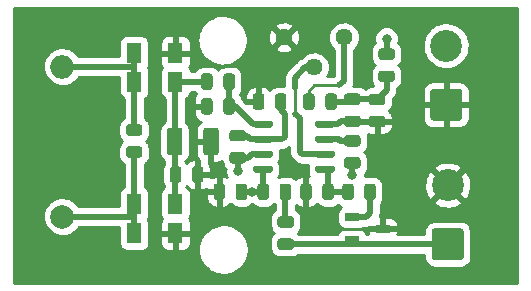
<source format=gbr>
%TF.GenerationSoftware,KiCad,Pcbnew,5.99.0-unknown-20c1492~102~ubuntu18.04.1*%
%TF.CreationDate,2020-07-21T10:29:21+02:00*%
%TF.ProjectId,detect_current,64657465-6374-45f6-9375-7272656e742e,rev?*%
%TF.SameCoordinates,Original*%
%TF.FileFunction,Copper,L1,Top*%
%TF.FilePolarity,Positive*%
%FSLAX46Y46*%
G04 Gerber Fmt 4.6, Leading zero omitted, Abs format (unit mm)*
G04 Created by KiCad (PCBNEW 5.99.0-unknown-20c1492~102~ubuntu18.04.1) date 2020-07-21 10:29:21*
%MOMM*%
%LPD*%
G01*
G04 APERTURE LIST*
%TA.AperFunction,ComponentPad*%
%ADD10C,1.440000*%
%TD*%
%TA.AperFunction,ComponentPad*%
%ADD11O,2.000000X2.000000*%
%TD*%
%TA.AperFunction,ComponentPad*%
%ADD12C,2.000000*%
%TD*%
%TA.AperFunction,SMDPad,CuDef*%
%ADD13R,1.300000X1.700000*%
%TD*%
%TA.AperFunction,SMDPad,CuDef*%
%ADD14R,1.220000X0.650000*%
%TD*%
%TA.AperFunction,ComponentPad*%
%ADD15C,2.700000*%
%TD*%
%TA.AperFunction,ViaPad*%
%ADD16C,0.800000*%
%TD*%
%TA.AperFunction,Conductor*%
%ADD17C,0.500000*%
%TD*%
%TA.AperFunction,Conductor*%
%ADD18C,0.250000*%
%TD*%
%TA.AperFunction,Conductor*%
%ADD19C,0.254000*%
%TD*%
G04 APERTURE END LIST*
D10*
%TO.P,RV1,3,3*%
%TO.N,GND*%
X133400800Y-81737200D03*
%TO.P,RV1,2,2*%
%TO.N,Net-(RV1-Pad2)*%
X135940800Y-84277200D03*
%TO.P,RV1,1,1*%
%TO.N,Net-(R4-Pad2)*%
X138480800Y-81737200D03*
%TD*%
%TO.P,R13,2*%
%TO.N,GND*%
%TA.AperFunction,SMDPad,CuDef*%
G36*
G01*
X125608500Y-93801250D02*
X125608500Y-92888750D01*
G75*
G02*
X125852250Y-92645000I243750J0D01*
G01*
X126339750Y-92645000D01*
G75*
G02*
X126583500Y-92888750I0J-243750D01*
G01*
X126583500Y-93801250D01*
G75*
G02*
X126339750Y-94045000I-243750J0D01*
G01*
X125852250Y-94045000D01*
G75*
G02*
X125608500Y-93801250I0J243750D01*
G01*
G37*
%TD.AperFunction*%
%TO.P,R13,1*%
%TO.N,Net-(C1-Pad1)*%
%TA.AperFunction,SMDPad,CuDef*%
G36*
G01*
X123733500Y-93801250D02*
X123733500Y-92888750D01*
G75*
G02*
X123977250Y-92645000I243750J0D01*
G01*
X124464750Y-92645000D01*
G75*
G02*
X124708500Y-92888750I0J-243750D01*
G01*
X124708500Y-93801250D01*
G75*
G02*
X124464750Y-94045000I-243750J0D01*
G01*
X123977250Y-94045000D01*
G75*
G02*
X123733500Y-93801250I0J243750D01*
G01*
G37*
%TD.AperFunction*%
%TD*%
D11*
%TO.P,CT-ZHT103,2,2*%
%TO.N,Net-(CT-ZHT103-Pad2)*%
X114640707Y-84201000D03*
D12*
%TO.P,CT-ZHT103,1,1*%
%TO.N,Net-(CT-ZHT103-Pad1)*%
X114640707Y-96901000D03*
%TD*%
D13*
%TO.P,D5,2,A*%
%TO.N,Net-(CT-ZHT103-Pad2)*%
X120713500Y-85471000D03*
%TO.P,D5,1,K*%
%TO.N,Net-(C1-Pad1)*%
X124213500Y-85471000D03*
%TD*%
%TO.P,D4,2,A*%
%TO.N,GND*%
X124206000Y-83058000D03*
%TO.P,D4,1,K*%
%TO.N,Net-(CT-ZHT103-Pad2)*%
X120706000Y-83058000D03*
%TD*%
%TO.P,D2,2,A*%
%TO.N,GND*%
X124206000Y-98298000D03*
%TO.P,D2,1,K*%
%TO.N,Net-(CT-ZHT103-Pad1)*%
X120706000Y-98298000D03*
%TD*%
%TO.P,D1,2,A*%
%TO.N,Net-(CT-ZHT103-Pad1)*%
X120706000Y-95821500D03*
%TO.P,D1,1,K*%
%TO.N,Net-(C1-Pad1)*%
X124206000Y-95821500D03*
%TD*%
%TO.P,C1,2*%
%TO.N,GND*%
%TA.AperFunction,SMDPad,CuDef*%
G36*
G01*
X126555000Y-91476002D02*
X126555000Y-89625998D01*
G75*
G02*
X126804998Y-89376000I249998J0D01*
G01*
X127630002Y-89376000D01*
G75*
G02*
X127880000Y-89625998I0J-249998D01*
G01*
X127880000Y-91476002D01*
G75*
G02*
X127630002Y-91726000I-249998J0D01*
G01*
X126804998Y-91726000D01*
G75*
G02*
X126555000Y-91476002I0J249998D01*
G01*
G37*
%TD.AperFunction*%
%TO.P,C1,1*%
%TO.N,Net-(C1-Pad1)*%
%TA.AperFunction,SMDPad,CuDef*%
G36*
G01*
X123480000Y-91476002D02*
X123480000Y-89625998D01*
G75*
G02*
X123729998Y-89376000I249998J0D01*
G01*
X124555002Y-89376000D01*
G75*
G02*
X124805000Y-89625998I0J-249998D01*
G01*
X124805000Y-91476002D01*
G75*
G02*
X124555002Y-91726000I-249998J0D01*
G01*
X123729998Y-91726000D01*
G75*
G02*
X123480000Y-91476002I0J249998D01*
G01*
G37*
%TD.AperFunction*%
%TD*%
%TO.P,U1,8,V+*%
%TO.N,+5V*%
%TA.AperFunction,SMDPad,CuDef*%
G36*
G01*
X132439000Y-92750500D02*
X132439000Y-93050500D01*
G75*
G02*
X132289000Y-93200500I-150000J0D01*
G01*
X130939000Y-93200500D01*
G75*
G02*
X130789000Y-93050500I0J150000D01*
G01*
X130789000Y-92750500D01*
G75*
G02*
X130939000Y-92600500I150000J0D01*
G01*
X132289000Y-92600500D01*
G75*
G02*
X132439000Y-92750500I0J-150000D01*
G01*
G37*
%TD.AperFunction*%
%TO.P,U1,7*%
%TO.N,Net-(R7-Pad2)*%
%TA.AperFunction,SMDPad,CuDef*%
G36*
G01*
X132439000Y-91480500D02*
X132439000Y-91780500D01*
G75*
G02*
X132289000Y-91930500I-150000J0D01*
G01*
X130939000Y-91930500D01*
G75*
G02*
X130789000Y-91780500I0J150000D01*
G01*
X130789000Y-91480500D01*
G75*
G02*
X130939000Y-91330500I150000J0D01*
G01*
X132289000Y-91330500D01*
G75*
G02*
X132439000Y-91480500I0J-150000D01*
G01*
G37*
%TD.AperFunction*%
%TO.P,U1,6,-*%
%TO.N,Net-(R6-Pad2)*%
%TA.AperFunction,SMDPad,CuDef*%
G36*
G01*
X132439000Y-90210500D02*
X132439000Y-90510500D01*
G75*
G02*
X132289000Y-90660500I-150000J0D01*
G01*
X130939000Y-90660500D01*
G75*
G02*
X130789000Y-90510500I0J150000D01*
G01*
X130789000Y-90210500D01*
G75*
G02*
X130939000Y-90060500I150000J0D01*
G01*
X132289000Y-90060500D01*
G75*
G02*
X132439000Y-90210500I0J-150000D01*
G01*
G37*
%TD.AperFunction*%
%TO.P,U1,5,+*%
%TO.N,Net-(R1-Pad1)*%
%TA.AperFunction,SMDPad,CuDef*%
G36*
G01*
X132439000Y-88940500D02*
X132439000Y-89240500D01*
G75*
G02*
X132289000Y-89390500I-150000J0D01*
G01*
X130939000Y-89390500D01*
G75*
G02*
X130789000Y-89240500I0J150000D01*
G01*
X130789000Y-88940500D01*
G75*
G02*
X130939000Y-88790500I150000J0D01*
G01*
X132289000Y-88790500D01*
G75*
G02*
X132439000Y-88940500I0J-150000D01*
G01*
G37*
%TD.AperFunction*%
%TO.P,U1,4,V-*%
%TO.N,GND*%
%TA.AperFunction,SMDPad,CuDef*%
G36*
G01*
X137689000Y-88940500D02*
X137689000Y-89240500D01*
G75*
G02*
X137539000Y-89390500I-150000J0D01*
G01*
X136189000Y-89390500D01*
G75*
G02*
X136039000Y-89240500I0J150000D01*
G01*
X136039000Y-88940500D01*
G75*
G02*
X136189000Y-88790500I150000J0D01*
G01*
X137539000Y-88790500D01*
G75*
G02*
X137689000Y-88940500I0J-150000D01*
G01*
G37*
%TD.AperFunction*%
%TO.P,U1,3,+*%
%TO.N,Net-(R9-Pad2)*%
%TA.AperFunction,SMDPad,CuDef*%
G36*
G01*
X137689000Y-90210500D02*
X137689000Y-90510500D01*
G75*
G02*
X137539000Y-90660500I-150000J0D01*
G01*
X136189000Y-90660500D01*
G75*
G02*
X136039000Y-90510500I0J150000D01*
G01*
X136039000Y-90210500D01*
G75*
G02*
X136189000Y-90060500I150000J0D01*
G01*
X137539000Y-90060500D01*
G75*
G02*
X137689000Y-90210500I0J-150000D01*
G01*
G37*
%TD.AperFunction*%
%TO.P,U1,2,-*%
%TO.N,Net-(RV1-Pad2)*%
%TA.AperFunction,SMDPad,CuDef*%
G36*
G01*
X137689000Y-91480500D02*
X137689000Y-91780500D01*
G75*
G02*
X137539000Y-91930500I-150000J0D01*
G01*
X136189000Y-91930500D01*
G75*
G02*
X136039000Y-91780500I0J150000D01*
G01*
X136039000Y-91480500D01*
G75*
G02*
X136189000Y-91330500I150000J0D01*
G01*
X137539000Y-91330500D01*
G75*
G02*
X137689000Y-91480500I0J-150000D01*
G01*
G37*
%TD.AperFunction*%
%TO.P,U1,1*%
%TO.N,Net-(R10-Pad1)*%
%TA.AperFunction,SMDPad,CuDef*%
G36*
G01*
X137689000Y-92750500D02*
X137689000Y-93050500D01*
G75*
G02*
X137539000Y-93200500I-150000J0D01*
G01*
X136189000Y-93200500D01*
G75*
G02*
X136039000Y-93050500I0J150000D01*
G01*
X136039000Y-92750500D01*
G75*
G02*
X136189000Y-92600500I150000J0D01*
G01*
X137539000Y-92600500D01*
G75*
G02*
X137689000Y-92750500I0J-150000D01*
G01*
G37*
%TD.AperFunction*%
%TD*%
%TO.P,R8,2*%
%TO.N,GND*%
%TA.AperFunction,SMDPad,CuDef*%
G36*
G01*
X135742500Y-94349250D02*
X135742500Y-95261750D01*
G75*
G02*
X135498750Y-95505500I-243750J0D01*
G01*
X135011250Y-95505500D01*
G75*
G02*
X134767500Y-95261750I0J243750D01*
G01*
X134767500Y-94349250D01*
G75*
G02*
X135011250Y-94105500I243750J0D01*
G01*
X135498750Y-94105500D01*
G75*
G02*
X135742500Y-94349250I0J-243750D01*
G01*
G37*
%TD.AperFunction*%
%TO.P,R8,1*%
%TO.N,Net-(R10-Pad1)*%
%TA.AperFunction,SMDPad,CuDef*%
G36*
G01*
X137617500Y-94349250D02*
X137617500Y-95261750D01*
G75*
G02*
X137373750Y-95505500I-243750J0D01*
G01*
X136886250Y-95505500D01*
G75*
G02*
X136642500Y-95261750I0J243750D01*
G01*
X136642500Y-94349250D01*
G75*
G02*
X136886250Y-94105500I243750J0D01*
G01*
X137373750Y-94105500D01*
G75*
G02*
X137617500Y-94349250I0J-243750D01*
G01*
G37*
%TD.AperFunction*%
%TD*%
%TO.P,R10,2*%
%TO.N,Net-(Q1-Pad1)*%
%TA.AperFunction,SMDPad,CuDef*%
G36*
G01*
X140198500Y-95261750D02*
X140198500Y-94349250D01*
G75*
G02*
X140442250Y-94105500I243750J0D01*
G01*
X140929750Y-94105500D01*
G75*
G02*
X141173500Y-94349250I0J-243750D01*
G01*
X141173500Y-95261750D01*
G75*
G02*
X140929750Y-95505500I-243750J0D01*
G01*
X140442250Y-95505500D01*
G75*
G02*
X140198500Y-95261750I0J243750D01*
G01*
G37*
%TD.AperFunction*%
%TO.P,R10,1*%
%TO.N,Net-(R10-Pad1)*%
%TA.AperFunction,SMDPad,CuDef*%
G36*
G01*
X138323500Y-95261750D02*
X138323500Y-94349250D01*
G75*
G02*
X138567250Y-94105500I243750J0D01*
G01*
X139054750Y-94105500D01*
G75*
G02*
X139298500Y-94349250I0J-243750D01*
G01*
X139298500Y-95261750D01*
G75*
G02*
X139054750Y-95505500I-243750J0D01*
G01*
X138567250Y-95505500D01*
G75*
G02*
X138323500Y-95261750I0J243750D01*
G01*
G37*
%TD.AperFunction*%
%TD*%
%TO.P,R9,2*%
%TO.N,Net-(R9-Pad2)*%
%TA.AperFunction,SMDPad,CuDef*%
G36*
G01*
X139648250Y-90975000D02*
X138735750Y-90975000D01*
G75*
G02*
X138492000Y-90731250I0J243750D01*
G01*
X138492000Y-90243750D01*
G75*
G02*
X138735750Y-90000000I243750J0D01*
G01*
X139648250Y-90000000D01*
G75*
G02*
X139892000Y-90243750I0J-243750D01*
G01*
X139892000Y-90731250D01*
G75*
G02*
X139648250Y-90975000I-243750J0D01*
G01*
G37*
%TD.AperFunction*%
%TO.P,R9,1*%
%TO.N,Net-(R7-Pad2)*%
%TA.AperFunction,SMDPad,CuDef*%
G36*
G01*
X139648250Y-92850000D02*
X138735750Y-92850000D01*
G75*
G02*
X138492000Y-92606250I0J243750D01*
G01*
X138492000Y-92118750D01*
G75*
G02*
X138735750Y-91875000I243750J0D01*
G01*
X139648250Y-91875000D01*
G75*
G02*
X139892000Y-92118750I0J-243750D01*
G01*
X139892000Y-92606250D01*
G75*
G02*
X139648250Y-92850000I-243750J0D01*
G01*
G37*
%TD.AperFunction*%
%TD*%
%TO.P,R6,2*%
%TO.N,Net-(R6-Pad2)*%
%TA.AperFunction,SMDPad,CuDef*%
G36*
G01*
X132631600Y-87629050D02*
X132631600Y-86716550D01*
G75*
G02*
X132875350Y-86472800I243750J0D01*
G01*
X133362850Y-86472800D01*
G75*
G02*
X133606600Y-86716550I0J-243750D01*
G01*
X133606600Y-87629050D01*
G75*
G02*
X133362850Y-87872800I-243750J0D01*
G01*
X132875350Y-87872800D01*
G75*
G02*
X132631600Y-87629050I0J243750D01*
G01*
G37*
%TD.AperFunction*%
%TO.P,R6,1*%
%TO.N,GND*%
%TA.AperFunction,SMDPad,CuDef*%
G36*
G01*
X130756600Y-87629050D02*
X130756600Y-86716550D01*
G75*
G02*
X131000350Y-86472800I243750J0D01*
G01*
X131487850Y-86472800D01*
G75*
G02*
X131731600Y-86716550I0J-243750D01*
G01*
X131731600Y-87629050D01*
G75*
G02*
X131487850Y-87872800I-243750J0D01*
G01*
X131000350Y-87872800D01*
G75*
G02*
X130756600Y-87629050I0J243750D01*
G01*
G37*
%TD.AperFunction*%
%TD*%
%TO.P,R3,2*%
%TO.N,Net-(C3-Pad1)*%
%TA.AperFunction,SMDPad,CuDef*%
G36*
G01*
X141743750Y-87482500D02*
X140831250Y-87482500D01*
G75*
G02*
X140587500Y-87238750I0J243750D01*
G01*
X140587500Y-86751250D01*
G75*
G02*
X140831250Y-86507500I243750J0D01*
G01*
X141743750Y-86507500D01*
G75*
G02*
X141987500Y-86751250I0J-243750D01*
G01*
X141987500Y-87238750D01*
G75*
G02*
X141743750Y-87482500I-243750J0D01*
G01*
G37*
%TD.AperFunction*%
%TO.P,R3,1*%
%TO.N,GND*%
%TA.AperFunction,SMDPad,CuDef*%
G36*
G01*
X141743750Y-89357500D02*
X140831250Y-89357500D01*
G75*
G02*
X140587500Y-89113750I0J243750D01*
G01*
X140587500Y-88626250D01*
G75*
G02*
X140831250Y-88382500I243750J0D01*
G01*
X141743750Y-88382500D01*
G75*
G02*
X141987500Y-88626250I0J-243750D01*
G01*
X141987500Y-89113750D01*
G75*
G02*
X141743750Y-89357500I-243750J0D01*
G01*
G37*
%TD.AperFunction*%
%TD*%
%TO.P,R5,2*%
%TO.N,Net-(R1-Pad1)*%
%TA.AperFunction,SMDPad,CuDef*%
G36*
G01*
X128260500Y-88022750D02*
X128260500Y-87110250D01*
G75*
G02*
X128504250Y-86866500I243750J0D01*
G01*
X128991750Y-86866500D01*
G75*
G02*
X129235500Y-87110250I0J-243750D01*
G01*
X129235500Y-88022750D01*
G75*
G02*
X128991750Y-88266500I-243750J0D01*
G01*
X128504250Y-88266500D01*
G75*
G02*
X128260500Y-88022750I0J243750D01*
G01*
G37*
%TD.AperFunction*%
%TO.P,R5,1*%
%TO.N,GND*%
%TA.AperFunction,SMDPad,CuDef*%
G36*
G01*
X126385500Y-88022750D02*
X126385500Y-87110250D01*
G75*
G02*
X126629250Y-86866500I243750J0D01*
G01*
X127116750Y-86866500D01*
G75*
G02*
X127360500Y-87110250I0J-243750D01*
G01*
X127360500Y-88022750D01*
G75*
G02*
X127116750Y-88266500I-243750J0D01*
G01*
X126629250Y-88266500D01*
G75*
G02*
X126385500Y-88022750I0J243750D01*
G01*
G37*
%TD.AperFunction*%
%TD*%
%TO.P,R12,2*%
%TO.N,Net-(CT-ZHT103-Pad1)*%
%TA.AperFunction,SMDPad,CuDef*%
G36*
G01*
X120257250Y-90952500D02*
X121169750Y-90952500D01*
G75*
G02*
X121413500Y-91196250I0J-243750D01*
G01*
X121413500Y-91683750D01*
G75*
G02*
X121169750Y-91927500I-243750J0D01*
G01*
X120257250Y-91927500D01*
G75*
G02*
X120013500Y-91683750I0J243750D01*
G01*
X120013500Y-91196250D01*
G75*
G02*
X120257250Y-90952500I243750J0D01*
G01*
G37*
%TD.AperFunction*%
%TO.P,R12,1*%
%TO.N,Net-(CT-ZHT103-Pad2)*%
%TA.AperFunction,SMDPad,CuDef*%
G36*
G01*
X120257250Y-89077500D02*
X121169750Y-89077500D01*
G75*
G02*
X121413500Y-89321250I0J-243750D01*
G01*
X121413500Y-89808750D01*
G75*
G02*
X121169750Y-90052500I-243750J0D01*
G01*
X120257250Y-90052500D01*
G75*
G02*
X120013500Y-89808750I0J243750D01*
G01*
X120013500Y-89321250D01*
G75*
G02*
X120257250Y-89077500I243750J0D01*
G01*
G37*
%TD.AperFunction*%
%TD*%
%TO.P,R7,2*%
%TO.N,Net-(R7-Pad2)*%
%TA.AperFunction,SMDPad,CuDef*%
G36*
G01*
X129020250Y-91445500D02*
X129932750Y-91445500D01*
G75*
G02*
X130176500Y-91689250I0J-243750D01*
G01*
X130176500Y-92176750D01*
G75*
G02*
X129932750Y-92420500I-243750J0D01*
G01*
X129020250Y-92420500D01*
G75*
G02*
X128776500Y-92176750I0J243750D01*
G01*
X128776500Y-91689250D01*
G75*
G02*
X129020250Y-91445500I243750J0D01*
G01*
G37*
%TD.AperFunction*%
%TO.P,R7,1*%
%TO.N,Net-(R6-Pad2)*%
%TA.AperFunction,SMDPad,CuDef*%
G36*
G01*
X129020250Y-89570500D02*
X129932750Y-89570500D01*
G75*
G02*
X130176500Y-89814250I0J-243750D01*
G01*
X130176500Y-90301750D01*
G75*
G02*
X129932750Y-90545500I-243750J0D01*
G01*
X129020250Y-90545500D01*
G75*
G02*
X128776500Y-90301750I0J243750D01*
G01*
X128776500Y-89814250D01*
G75*
G02*
X129020250Y-89570500I243750J0D01*
G01*
G37*
%TD.AperFunction*%
%TD*%
%TO.P,R11,2*%
%TO.N,Net-(D3-Pad2)*%
%TA.AperFunction,SMDPad,CuDef*%
G36*
G01*
X133023000Y-95261750D02*
X133023000Y-94349250D01*
G75*
G02*
X133266750Y-94105500I243750J0D01*
G01*
X133754250Y-94105500D01*
G75*
G02*
X133998000Y-94349250I0J-243750D01*
G01*
X133998000Y-95261750D01*
G75*
G02*
X133754250Y-95505500I-243750J0D01*
G01*
X133266750Y-95505500D01*
G75*
G02*
X133023000Y-95261750I0J243750D01*
G01*
G37*
%TD.AperFunction*%
%TO.P,R11,1*%
%TO.N,+5V*%
%TA.AperFunction,SMDPad,CuDef*%
G36*
G01*
X131148000Y-95261750D02*
X131148000Y-94349250D01*
G75*
G02*
X131391750Y-94105500I243750J0D01*
G01*
X131879250Y-94105500D01*
G75*
G02*
X132123000Y-94349250I0J-243750D01*
G01*
X132123000Y-95261750D01*
G75*
G02*
X131879250Y-95505500I-243750J0D01*
G01*
X131391750Y-95505500D01*
G75*
G02*
X131148000Y-95261750I0J243750D01*
G01*
G37*
%TD.AperFunction*%
%TD*%
%TO.P,R2,2*%
%TO.N,Net-(C3-Pad1)*%
%TA.AperFunction,SMDPad,CuDef*%
G36*
G01*
X141631350Y-84539000D02*
X142543850Y-84539000D01*
G75*
G02*
X142787600Y-84782750I0J-243750D01*
G01*
X142787600Y-85270250D01*
G75*
G02*
X142543850Y-85514000I-243750J0D01*
G01*
X141631350Y-85514000D01*
G75*
G02*
X141387600Y-85270250I0J243750D01*
G01*
X141387600Y-84782750D01*
G75*
G02*
X141631350Y-84539000I243750J0D01*
G01*
G37*
%TD.AperFunction*%
%TO.P,R2,1*%
%TO.N,+5V*%
%TA.AperFunction,SMDPad,CuDef*%
G36*
G01*
X141631350Y-82664000D02*
X142543850Y-82664000D01*
G75*
G02*
X142787600Y-82907750I0J-243750D01*
G01*
X142787600Y-83395250D01*
G75*
G02*
X142543850Y-83639000I-243750J0D01*
G01*
X141631350Y-83639000D01*
G75*
G02*
X141387600Y-83395250I0J243750D01*
G01*
X141387600Y-82907750D01*
G75*
G02*
X141631350Y-82664000I243750J0D01*
G01*
G37*
%TD.AperFunction*%
%TD*%
%TO.P,R4,2*%
%TO.N,Net-(R4-Pad2)*%
%TA.AperFunction,SMDPad,CuDef*%
G36*
G01*
X135998800Y-86716550D02*
X135998800Y-87629050D01*
G75*
G02*
X135755050Y-87872800I-243750J0D01*
G01*
X135267550Y-87872800D01*
G75*
G02*
X135023800Y-87629050I0J243750D01*
G01*
X135023800Y-86716550D01*
G75*
G02*
X135267550Y-86472800I243750J0D01*
G01*
X135755050Y-86472800D01*
G75*
G02*
X135998800Y-86716550I0J-243750D01*
G01*
G37*
%TD.AperFunction*%
%TO.P,R4,1*%
%TO.N,Net-(C3-Pad1)*%
%TA.AperFunction,SMDPad,CuDef*%
G36*
G01*
X137873800Y-86716550D02*
X137873800Y-87629050D01*
G75*
G02*
X137630050Y-87872800I-243750J0D01*
G01*
X137142550Y-87872800D01*
G75*
G02*
X136898800Y-87629050I0J243750D01*
G01*
X136898800Y-86716550D01*
G75*
G02*
X137142550Y-86472800I243750J0D01*
G01*
X137630050Y-86472800D01*
G75*
G02*
X137873800Y-86716550I0J-243750D01*
G01*
G37*
%TD.AperFunction*%
%TD*%
%TO.P,R1,2*%
%TO.N,Net-(C1-Pad1)*%
%TA.AperFunction,SMDPad,CuDef*%
G36*
G01*
X127360500Y-85014750D02*
X127360500Y-85927250D01*
G75*
G02*
X127116750Y-86171000I-243750J0D01*
G01*
X126629250Y-86171000D01*
G75*
G02*
X126385500Y-85927250I0J243750D01*
G01*
X126385500Y-85014750D01*
G75*
G02*
X126629250Y-84771000I243750J0D01*
G01*
X127116750Y-84771000D01*
G75*
G02*
X127360500Y-85014750I0J-243750D01*
G01*
G37*
%TD.AperFunction*%
%TO.P,R1,1*%
%TO.N,Net-(R1-Pad1)*%
%TA.AperFunction,SMDPad,CuDef*%
G36*
G01*
X129235500Y-85014750D02*
X129235500Y-85927250D01*
G75*
G02*
X128991750Y-86171000I-243750J0D01*
G01*
X128504250Y-86171000D01*
G75*
G02*
X128260500Y-85927250I0J243750D01*
G01*
X128260500Y-85014750D01*
G75*
G02*
X128504250Y-84771000I243750J0D01*
G01*
X128991750Y-84771000D01*
G75*
G02*
X129235500Y-85014750I0J-243750D01*
G01*
G37*
%TD.AperFunction*%
%TD*%
D14*
%TO.P,Q1,3,E*%
%TO.N,GND*%
X141772000Y-97917000D03*
%TO.P,Q1,2,C*%
%TO.N,Net-(D3-Pad1)*%
X139152000Y-98867000D03*
%TO.P,Q1,1,B*%
%TO.N,Net-(Q1-Pad1)*%
X139152000Y-96967000D03*
%TD*%
D15*
%TO.P,J2,2,Pin_2*%
%TO.N,GND*%
X147256500Y-94250500D03*
%TO.P,J2,1,Pin_1*%
%TO.N,Net-(D3-Pad1)*%
%TA.AperFunction,ComponentPad*%
G36*
G01*
X148355400Y-100600500D02*
X146157600Y-100600500D01*
G75*
G02*
X145906500Y-100349400I0J251100D01*
G01*
X145906500Y-98151600D01*
G75*
G02*
X146157600Y-97900500I251100J0D01*
G01*
X148355400Y-97900500D01*
G75*
G02*
X148606500Y-98151600I0J-251100D01*
G01*
X148606500Y-100349400D01*
G75*
G02*
X148355400Y-100600500I-251100J0D01*
G01*
G37*
%TD.AperFunction*%
%TD*%
%TO.P,J1,2,Pin_2*%
%TO.N,+5V*%
X147129500Y-82439500D03*
%TO.P,J1,1,Pin_1*%
%TO.N,GND*%
%TA.AperFunction,ComponentPad*%
G36*
G01*
X148228400Y-88789500D02*
X146030600Y-88789500D01*
G75*
G02*
X145779500Y-88538400I0J251100D01*
G01*
X145779500Y-86340600D01*
G75*
G02*
X146030600Y-86089500I251100J0D01*
G01*
X148228400Y-86089500D01*
G75*
G02*
X148479500Y-86340600I0J-251100D01*
G01*
X148479500Y-88538400D01*
G75*
G02*
X148228400Y-88789500I-251100J0D01*
G01*
G37*
%TD.AperFunction*%
%TD*%
%TO.P,D3,2,A*%
%TO.N,Net-(D3-Pad2)*%
%TA.AperFunction,SMDPad,CuDef*%
G36*
G01*
X133996750Y-97848000D02*
X133084250Y-97848000D01*
G75*
G02*
X132840500Y-97604250I0J243750D01*
G01*
X132840500Y-97116750D01*
G75*
G02*
X133084250Y-96873000I243750J0D01*
G01*
X133996750Y-96873000D01*
G75*
G02*
X134240500Y-97116750I0J-243750D01*
G01*
X134240500Y-97604250D01*
G75*
G02*
X133996750Y-97848000I-243750J0D01*
G01*
G37*
%TD.AperFunction*%
%TO.P,D3,1,K*%
%TO.N,Net-(D3-Pad1)*%
%TA.AperFunction,SMDPad,CuDef*%
G36*
G01*
X133996750Y-99723000D02*
X133084250Y-99723000D01*
G75*
G02*
X132840500Y-99479250I0J243750D01*
G01*
X132840500Y-98991750D01*
G75*
G02*
X133084250Y-98748000I243750J0D01*
G01*
X133996750Y-98748000D01*
G75*
G02*
X134240500Y-98991750I0J-243750D01*
G01*
X134240500Y-99479250D01*
G75*
G02*
X133996750Y-99723000I-243750J0D01*
G01*
G37*
%TD.AperFunction*%
%TD*%
%TO.P,C2,2*%
%TO.N,+5V*%
%TA.AperFunction,SMDPad,CuDef*%
G36*
G01*
X129306500Y-95261750D02*
X129306500Y-94349250D01*
G75*
G02*
X129550250Y-94105500I243750J0D01*
G01*
X130037750Y-94105500D01*
G75*
G02*
X130281500Y-94349250I0J-243750D01*
G01*
X130281500Y-95261750D01*
G75*
G02*
X130037750Y-95505500I-243750J0D01*
G01*
X129550250Y-95505500D01*
G75*
G02*
X129306500Y-95261750I0J243750D01*
G01*
G37*
%TD.AperFunction*%
%TO.P,C2,1*%
%TO.N,GND*%
%TA.AperFunction,SMDPad,CuDef*%
G36*
G01*
X127431500Y-95261750D02*
X127431500Y-94349250D01*
G75*
G02*
X127675250Y-94105500I243750J0D01*
G01*
X128162750Y-94105500D01*
G75*
G02*
X128406500Y-94349250I0J-243750D01*
G01*
X128406500Y-95261750D01*
G75*
G02*
X128162750Y-95505500I-243750J0D01*
G01*
X127675250Y-95505500D01*
G75*
G02*
X127431500Y-95261750I0J243750D01*
G01*
G37*
%TD.AperFunction*%
%TD*%
%TO.P,C3,2*%
%TO.N,GND*%
%TA.AperFunction,SMDPad,CuDef*%
G36*
G01*
X138735750Y-88349000D02*
X139648250Y-88349000D01*
G75*
G02*
X139892000Y-88592750I0J-243750D01*
G01*
X139892000Y-89080250D01*
G75*
G02*
X139648250Y-89324000I-243750J0D01*
G01*
X138735750Y-89324000D01*
G75*
G02*
X138492000Y-89080250I0J243750D01*
G01*
X138492000Y-88592750D01*
G75*
G02*
X138735750Y-88349000I243750J0D01*
G01*
G37*
%TD.AperFunction*%
%TO.P,C3,1*%
%TO.N,Net-(C3-Pad1)*%
%TA.AperFunction,SMDPad,CuDef*%
G36*
G01*
X138735750Y-86474000D02*
X139648250Y-86474000D01*
G75*
G02*
X139892000Y-86717750I0J-243750D01*
G01*
X139892000Y-87205250D01*
G75*
G02*
X139648250Y-87449000I-243750J0D01*
G01*
X138735750Y-87449000D01*
G75*
G02*
X138492000Y-87205250I0J243750D01*
G01*
X138492000Y-86717750D01*
G75*
G02*
X138735750Y-86474000I243750J0D01*
G01*
G37*
%TD.AperFunction*%
%TD*%
D16*
%TO.N,Net-(R7-Pad2)*%
X129476500Y-93027500D03*
X139192000Y-93408500D03*
%TO.N,+5V*%
X130683000Y-94805500D03*
X142087600Y-81838800D03*
%TD*%
D17*
%TO.N,GND*%
X139192000Y-88836500D02*
X138239500Y-88836500D01*
X138239500Y-88836500D02*
X137985500Y-89090500D01*
X137985500Y-89090500D02*
X136864000Y-89090500D01*
%TO.N,Net-(R4-Pad2)*%
X138480800Y-85394800D02*
X138074400Y-85801200D01*
D18*
X138074400Y-85801200D02*
X135940800Y-85801200D01*
D17*
X138480800Y-81737200D02*
X138480800Y-85394800D01*
D18*
X135940800Y-85801200D02*
X135511300Y-86230700D01*
X135511300Y-86230700D02*
X135511300Y-87172800D01*
D17*
%TO.N,Net-(RV1-Pad2)*%
X134937500Y-91630500D02*
X135382000Y-91630500D01*
X134721600Y-88595200D02*
X134721600Y-91414600D01*
X134721600Y-91414600D02*
X134937500Y-91630500D01*
X134315200Y-88188800D02*
X134721600Y-88595200D01*
D18*
X134315200Y-86004400D02*
X134315200Y-88188800D01*
D17*
X134315200Y-85140800D02*
X134315200Y-86004400D01*
%TO.N,Net-(C3-Pad1)*%
X142087600Y-85026500D02*
X142087600Y-86194900D01*
X142087600Y-86194900D02*
X141287500Y-86995000D01*
X139192000Y-86961500D02*
X141254000Y-86961500D01*
D18*
X141254000Y-86961500D02*
X141287500Y-86995000D01*
D17*
X137386300Y-87172800D02*
X138980700Y-87172800D01*
D18*
X138980700Y-87172800D02*
X139192000Y-86961500D01*
D17*
%TO.N,+5V*%
X142087600Y-81838800D02*
X142087600Y-83151500D01*
%TO.N,Net-(RV1-Pad2)*%
X135178800Y-84277200D02*
X134315200Y-85140800D01*
X135940800Y-84277200D02*
X135178800Y-84277200D01*
%TO.N,Net-(R6-Pad2)*%
X133451600Y-88188800D02*
X133451600Y-90170000D01*
X133119100Y-87172800D02*
X133119100Y-87856300D01*
X133119100Y-87856300D02*
X133451600Y-88188800D01*
X133451600Y-90170000D02*
X133261100Y-90360500D01*
X133261100Y-90360500D02*
X131614000Y-90360500D01*
%TO.N,Net-(CT-ZHT103-Pad2)*%
X120650000Y-84201000D02*
X120706000Y-84257000D01*
X114640707Y-84201000D02*
X120650000Y-84201000D01*
%TO.N,Net-(CT-ZHT103-Pad1)*%
X114640707Y-96901000D02*
X120698500Y-96901000D01*
X120698500Y-96901000D02*
X120706000Y-96908500D01*
%TO.N,Net-(CT-ZHT103-Pad2)*%
X120706000Y-84257000D02*
X120706000Y-85463500D01*
X120706000Y-83058000D02*
X120706000Y-84257000D01*
%TO.N,Net-(CT-ZHT103-Pad1)*%
X120706000Y-96908500D02*
X120706000Y-98298000D01*
X120706000Y-95821500D02*
X120706000Y-96908500D01*
D18*
%TO.N,Net-(CT-ZHT103-Pad2)*%
X120586500Y-85598000D02*
X120713500Y-85471000D01*
D17*
%TO.N,Net-(RV1-Pad2)*%
X136864000Y-91630500D02*
X135382000Y-91630500D01*
D18*
%TO.N,GND*%
X141772000Y-97917000D02*
X135572500Y-97917000D01*
X135572500Y-97917000D02*
X135255000Y-97599500D01*
X135255000Y-97599500D02*
X135255000Y-94805500D01*
D17*
%TO.N,Net-(D3-Pad2)*%
X133510500Y-94805500D02*
X133510500Y-97330500D01*
X133510500Y-97330500D02*
X133540500Y-97360500D01*
%TO.N,Net-(R7-Pad2)*%
X129476500Y-93027500D02*
X129476500Y-91933000D01*
X139192000Y-92362500D02*
X139192000Y-93408500D01*
%TO.N,+5V*%
X131614000Y-93684000D02*
X131614000Y-94784000D01*
X131635500Y-94805500D02*
X129794000Y-94805500D01*
X131614000Y-92900500D02*
X131614000Y-93684000D01*
X131614000Y-94784000D02*
X131635500Y-94805500D01*
%TO.N,Net-(D3-Pad1)*%
X139001500Y-99250500D02*
X133555500Y-99250500D01*
X139152000Y-98867000D02*
X139152000Y-99100000D01*
X139152000Y-99100000D02*
X139001500Y-99250500D01*
X147256500Y-99250500D02*
X139001500Y-99250500D01*
%TO.N,Net-(R10-Pad1)*%
X138811000Y-94805500D02*
X137130000Y-94805500D01*
%TO.N,Net-(D3-Pad1)*%
X133555500Y-99250500D02*
X133540500Y-99235500D01*
%TO.N,Net-(Q1-Pad1)*%
X140686000Y-94805500D02*
X140686000Y-96613500D01*
X140686000Y-96613500D02*
X140332500Y-96967000D01*
X140332500Y-96967000D02*
X139152000Y-96967000D01*
%TO.N,Net-(D3-Pad2)*%
X133540500Y-94835500D02*
X133510500Y-94805500D01*
%TO.N,Net-(R1-Pad1)*%
X131614000Y-89090500D02*
X130746500Y-89090500D01*
X130746500Y-89090500D02*
X129222500Y-87566500D01*
X129222500Y-87566500D02*
X128748000Y-87566500D01*
%TO.N,Net-(R10-Pad1)*%
X137130000Y-94805500D02*
X137130000Y-93166500D01*
X137130000Y-93166500D02*
X136864000Y-92900500D01*
%TO.N,Net-(R9-Pad2)*%
X139192000Y-90487500D02*
X138176000Y-90487500D01*
X138176000Y-90487500D02*
X138049000Y-90360500D01*
X138049000Y-90360500D02*
X136864000Y-90360500D01*
%TO.N,Net-(R7-Pad2)*%
X131614000Y-91630500D02*
X130683000Y-91630500D01*
X130683000Y-91630500D02*
X130380500Y-91933000D01*
X130380500Y-91933000D02*
X129476500Y-91933000D01*
%TO.N,Net-(R6-Pad2)*%
X131614000Y-90360500D02*
X130556000Y-90360500D01*
X130556000Y-90360500D02*
X130253500Y-90058000D01*
X130253500Y-90058000D02*
X129476500Y-90058000D01*
%TO.N,Net-(R1-Pad1)*%
X128748000Y-85471000D02*
X128748000Y-87566500D01*
%TO.N,Net-(C1-Pad1)*%
X124213500Y-85471000D02*
X126873000Y-85471000D01*
X124213500Y-85471000D02*
X124213500Y-90480000D01*
X124213500Y-90480000D02*
X124142500Y-90551000D01*
X124142500Y-90551000D02*
X124142500Y-95758000D01*
X124142500Y-95758000D02*
X124206000Y-95821500D01*
%TO.N,Net-(CT-ZHT103-Pad1)*%
X120713500Y-91440000D02*
X120713500Y-95814000D01*
X120713500Y-95814000D02*
X120706000Y-95821500D01*
%TO.N,Net-(CT-ZHT103-Pad2)*%
X120713500Y-85471000D02*
X120713500Y-89565000D01*
X120706000Y-85463500D02*
X120713500Y-85471000D01*
%TD*%
%TO.N,GND*%
D19*
X153099500Y-102490000D02*
X110552500Y-102490000D01*
X110552500Y-84188898D01*
X113001839Y-84188898D01*
X113019473Y-84441071D01*
X113020986Y-84451078D01*
X113078711Y-84697187D01*
X113081805Y-84706824D01*
X113178135Y-84940538D01*
X113182730Y-84949556D01*
X113315187Y-85164862D01*
X113321165Y-85173030D01*
X113486341Y-85364390D01*
X113493548Y-85371497D01*
X113687196Y-85533986D01*
X113695446Y-85539849D01*
X113912580Y-85669287D01*
X113921662Y-85673756D01*
X114156698Y-85766813D01*
X114166377Y-85769772D01*
X114413268Y-85824054D01*
X114423296Y-85825428D01*
X114675690Y-85839539D01*
X114685808Y-85839292D01*
X114937211Y-85812869D01*
X114947160Y-85811007D01*
X115191105Y-85744728D01*
X115200627Y-85741300D01*
X115430838Y-85636873D01*
X115439690Y-85631966D01*
X115650243Y-85492074D01*
X115658196Y-85485815D01*
X115843675Y-85314061D01*
X115850526Y-85306610D01*
X116006158Y-85107411D01*
X116011730Y-85098961D01*
X116018306Y-85087000D01*
X119421663Y-85087000D01*
X119421663Y-86329258D01*
X119423819Y-86345634D01*
X119498637Y-86624859D01*
X119511380Y-86649339D01*
X119642490Y-86805590D01*
X119659379Y-86819761D01*
X119827500Y-86916826D01*
X119827501Y-88548979D01*
X119681587Y-88642752D01*
X119667966Y-88654555D01*
X119513145Y-88833226D01*
X119503401Y-88848389D01*
X119405191Y-89063441D01*
X119400113Y-89080734D01*
X119374918Y-89255966D01*
X119374276Y-89264944D01*
X119374276Y-89848896D01*
X119375720Y-89862326D01*
X119441081Y-90162788D01*
X119449711Y-90183622D01*
X119578752Y-90384413D01*
X119590555Y-90398034D01*
X119708646Y-90500362D01*
X119681587Y-90517752D01*
X119667966Y-90529555D01*
X119513145Y-90708226D01*
X119503401Y-90723389D01*
X119405191Y-90938441D01*
X119400113Y-90955734D01*
X119374918Y-91130966D01*
X119374276Y-91139944D01*
X119374276Y-91723896D01*
X119375720Y-91737326D01*
X119441081Y-92037788D01*
X119449711Y-92058622D01*
X119578752Y-92259413D01*
X119590555Y-92273034D01*
X119769226Y-92427855D01*
X119784388Y-92437599D01*
X119827500Y-92457288D01*
X119827501Y-94386445D01*
X119752142Y-94406637D01*
X119727662Y-94419380D01*
X119571410Y-94550490D01*
X119557239Y-94567379D01*
X119456641Y-94741620D01*
X119449100Y-94762337D01*
X119415122Y-94955038D01*
X119414163Y-94965999D01*
X119414163Y-96015000D01*
X116018569Y-96015000D01*
X115873415Y-95820969D01*
X115866721Y-95813377D01*
X115684881Y-95637776D01*
X115677060Y-95631351D01*
X115469482Y-95487081D01*
X115460735Y-95481990D01*
X115232763Y-95372764D01*
X115223314Y-95369137D01*
X114980810Y-95297765D01*
X114970903Y-95295695D01*
X114720109Y-95264011D01*
X114709997Y-95263552D01*
X114457363Y-95272374D01*
X114447308Y-95273538D01*
X114199335Y-95322639D01*
X114189596Y-95325394D01*
X113952663Y-95413508D01*
X113943490Y-95417786D01*
X113723691Y-95542649D01*
X113715320Y-95548338D01*
X113518313Y-95706737D01*
X113510959Y-95713691D01*
X113341811Y-95901548D01*
X113335663Y-95909589D01*
X113198726Y-96122075D01*
X113193943Y-96130994D01*
X113092739Y-96362639D01*
X113089444Y-96372209D01*
X113026578Y-96617056D01*
X113024855Y-96627030D01*
X113001945Y-96878777D01*
X113001839Y-96888898D01*
X113019473Y-97141071D01*
X113020986Y-97151078D01*
X113078711Y-97397187D01*
X113081805Y-97406824D01*
X113178135Y-97640538D01*
X113182730Y-97649556D01*
X113315187Y-97864862D01*
X113321165Y-97873030D01*
X113486341Y-98064390D01*
X113493548Y-98071497D01*
X113687196Y-98233986D01*
X113695446Y-98239849D01*
X113912580Y-98369287D01*
X113921662Y-98373756D01*
X114156698Y-98466813D01*
X114166377Y-98469772D01*
X114413268Y-98524054D01*
X114423296Y-98525428D01*
X114675690Y-98539539D01*
X114685808Y-98539292D01*
X114937211Y-98512869D01*
X114947160Y-98511007D01*
X115191105Y-98444728D01*
X115200627Y-98441300D01*
X115430838Y-98336873D01*
X115439690Y-98331966D01*
X115650243Y-98192074D01*
X115658196Y-98185815D01*
X115843675Y-98014061D01*
X115850526Y-98006610D01*
X116006158Y-97807411D01*
X116011730Y-97798961D01*
X116018306Y-97787000D01*
X119414163Y-97787000D01*
X119414163Y-99156258D01*
X119416319Y-99172634D01*
X119491137Y-99451859D01*
X119503880Y-99476339D01*
X119634990Y-99632590D01*
X119651879Y-99646761D01*
X119826120Y-99747359D01*
X119846837Y-99754900D01*
X120039538Y-99788878D01*
X120050499Y-99789837D01*
X121364258Y-99789837D01*
X121380634Y-99787681D01*
X121659859Y-99712863D01*
X121684339Y-99700120D01*
X121840590Y-99569010D01*
X121854761Y-99552121D01*
X121955359Y-99377880D01*
X121962900Y-99357163D01*
X121996878Y-99164462D01*
X121997837Y-99153501D01*
X121997837Y-98499809D01*
X122914163Y-98499809D01*
X122914163Y-99156258D01*
X122916319Y-99172634D01*
X122991137Y-99451859D01*
X123003880Y-99476339D01*
X123134990Y-99632590D01*
X123151879Y-99646761D01*
X123326120Y-99747359D01*
X123346837Y-99754900D01*
X123539538Y-99788878D01*
X123550499Y-99789837D01*
X124004191Y-99789837D01*
X124078000Y-99716028D01*
X124078000Y-98499809D01*
X124334000Y-98499809D01*
X124334000Y-99716028D01*
X124407809Y-99789837D01*
X124864258Y-99789837D01*
X124880634Y-99787681D01*
X125159859Y-99712863D01*
X125184339Y-99700120D01*
X125195684Y-99690600D01*
X126131097Y-99690600D01*
X126131097Y-99699400D01*
X126151300Y-99988320D01*
X126152525Y-99997035D01*
X126212741Y-100280332D01*
X126215167Y-100288791D01*
X126314226Y-100560950D01*
X126317805Y-100568989D01*
X126453775Y-100824714D01*
X126458439Y-100832177D01*
X126628677Y-101066490D01*
X126634334Y-101073231D01*
X126835525Y-101281570D01*
X126842064Y-101287458D01*
X127070293Y-101465770D01*
X127077588Y-101470691D01*
X127328411Y-101615504D01*
X127336321Y-101619362D01*
X127604858Y-101727858D01*
X127613228Y-101730578D01*
X127894250Y-101800644D01*
X127902916Y-101802172D01*
X128190956Y-101832447D01*
X128199751Y-101832754D01*
X128489201Y-101822646D01*
X128497953Y-101821726D01*
X128783178Y-101771433D01*
X128791716Y-101769304D01*
X129067168Y-101679804D01*
X129075327Y-101676508D01*
X129335641Y-101549544D01*
X129343263Y-101545144D01*
X129583373Y-101383187D01*
X129590308Y-101377769D01*
X129805541Y-101183972D01*
X129811654Y-101177642D01*
X129997823Y-100955776D01*
X130002995Y-100948656D01*
X130156474Y-100703039D01*
X130160605Y-100695269D01*
X130278406Y-100430682D01*
X130281416Y-100422413D01*
X130361248Y-100144007D01*
X130363077Y-100135399D01*
X130403386Y-99848592D01*
X130404000Y-99839813D01*
X130404000Y-99550187D01*
X130403386Y-99541408D01*
X130363077Y-99254601D01*
X130361248Y-99245993D01*
X130281416Y-98967587D01*
X130278406Y-98959318D01*
X130160605Y-98694731D01*
X130156474Y-98686961D01*
X130002995Y-98441344D01*
X129997823Y-98434224D01*
X129811654Y-98212358D01*
X129805541Y-98206028D01*
X129590308Y-98012231D01*
X129583373Y-98006813D01*
X129343263Y-97844856D01*
X129335641Y-97840456D01*
X129075327Y-97713492D01*
X129067168Y-97710196D01*
X128791716Y-97620696D01*
X128783178Y-97618567D01*
X128497953Y-97568274D01*
X128489201Y-97567354D01*
X128199751Y-97557246D01*
X128190956Y-97557553D01*
X127902916Y-97587828D01*
X127894250Y-97589356D01*
X127613228Y-97659422D01*
X127604858Y-97662142D01*
X127336321Y-97770638D01*
X127328411Y-97774496D01*
X127077588Y-97919309D01*
X127070293Y-97924230D01*
X126842064Y-98102542D01*
X126835525Y-98108430D01*
X126634334Y-98316769D01*
X126628677Y-98323510D01*
X126458439Y-98557823D01*
X126453775Y-98565286D01*
X126317805Y-98821011D01*
X126314226Y-98829050D01*
X126215167Y-99101209D01*
X126212741Y-99109668D01*
X126152525Y-99392965D01*
X126151300Y-99401680D01*
X126131097Y-99690600D01*
X125195684Y-99690600D01*
X125340590Y-99569010D01*
X125354761Y-99552121D01*
X125455359Y-99377880D01*
X125462900Y-99357163D01*
X125496878Y-99164462D01*
X125497837Y-99153501D01*
X125497837Y-98499809D01*
X125424028Y-98426000D01*
X124407809Y-98426000D01*
X124334000Y-98499809D01*
X124078000Y-98499809D01*
X124004191Y-98426000D01*
X122987972Y-98426000D01*
X122914163Y-98499809D01*
X121997837Y-98499809D01*
X121997837Y-97439742D01*
X121995681Y-97423366D01*
X121920863Y-97144142D01*
X121908120Y-97119662D01*
X121861448Y-97064040D01*
X121955359Y-96901380D01*
X121962900Y-96880663D01*
X121996878Y-96687962D01*
X121997837Y-96677001D01*
X121997837Y-94963242D01*
X121995681Y-94946866D01*
X121920863Y-94667642D01*
X121908120Y-94643162D01*
X121777010Y-94486910D01*
X121760121Y-94472739D01*
X121599500Y-94380005D01*
X121599500Y-92456021D01*
X121745413Y-92362248D01*
X121759034Y-92350445D01*
X121913855Y-92171774D01*
X121923599Y-92156611D01*
X122021809Y-91941559D01*
X122026887Y-91924266D01*
X122052082Y-91749034D01*
X122052724Y-91740056D01*
X122052724Y-91156104D01*
X122051280Y-91142674D01*
X121985919Y-90842212D01*
X121977289Y-90821378D01*
X121848248Y-90620587D01*
X121836445Y-90606966D01*
X121718354Y-90504638D01*
X121745413Y-90487248D01*
X121759034Y-90475445D01*
X121913855Y-90296774D01*
X121923599Y-90281611D01*
X122021809Y-90066559D01*
X122026887Y-90049266D01*
X122052082Y-89874034D01*
X122052724Y-89865056D01*
X122052724Y-89569304D01*
X122840776Y-89569304D01*
X122840776Y-91516381D01*
X122842220Y-91529811D01*
X122908093Y-91832625D01*
X122916723Y-91853459D01*
X123046744Y-92055777D01*
X123058547Y-92069398D01*
X123238591Y-92225407D01*
X123253754Y-92235151D01*
X123256500Y-92236405D01*
X123256500Y-92373773D01*
X123233145Y-92400726D01*
X123223401Y-92415889D01*
X123125191Y-92630941D01*
X123120113Y-92648234D01*
X123094918Y-92823466D01*
X123094276Y-92832444D01*
X123094276Y-93841396D01*
X123095720Y-93854826D01*
X123161081Y-94155288D01*
X123169711Y-94176122D01*
X123256501Y-94311169D01*
X123256501Y-94405469D01*
X123252142Y-94406637D01*
X123227662Y-94419380D01*
X123071410Y-94550490D01*
X123057239Y-94567379D01*
X122956641Y-94741620D01*
X122949100Y-94762337D01*
X122915122Y-94955038D01*
X122914163Y-94965999D01*
X122914163Y-96679758D01*
X122916319Y-96696134D01*
X122991137Y-96975359D01*
X123003880Y-96999839D01*
X123050552Y-97055461D01*
X122956641Y-97218120D01*
X122949100Y-97238837D01*
X122915122Y-97431538D01*
X122914163Y-97442499D01*
X122914163Y-98096191D01*
X122987972Y-98170000D01*
X125424028Y-98170000D01*
X125497837Y-98096191D01*
X125497837Y-97439742D01*
X125495681Y-97423366D01*
X125420863Y-97144142D01*
X125408120Y-97119662D01*
X125361448Y-97064040D01*
X125455359Y-96901380D01*
X125462900Y-96880663D01*
X125496878Y-96687962D01*
X125497837Y-96677001D01*
X125497837Y-95007309D01*
X126792276Y-95007309D01*
X126792276Y-95301896D01*
X126793720Y-95315326D01*
X126859081Y-95615788D01*
X126867711Y-95636622D01*
X126996752Y-95837413D01*
X127008555Y-95851034D01*
X127187226Y-96005855D01*
X127202389Y-96015599D01*
X127417441Y-96113809D01*
X127434734Y-96118887D01*
X127609966Y-96144082D01*
X127618944Y-96144724D01*
X127717191Y-96144724D01*
X127791000Y-96070915D01*
X127791000Y-95007309D01*
X127717191Y-94933500D01*
X126866085Y-94933500D01*
X126792276Y-95007309D01*
X125497837Y-95007309D01*
X125497837Y-94963242D01*
X125495681Y-94946866D01*
X125420863Y-94667642D01*
X125408120Y-94643162D01*
X125277010Y-94486910D01*
X125260121Y-94472739D01*
X125119987Y-94391832D01*
X125156362Y-94349854D01*
X125173752Y-94376913D01*
X125185555Y-94390534D01*
X125364226Y-94545355D01*
X125379389Y-94555099D01*
X125594441Y-94653309D01*
X125611734Y-94658387D01*
X125786966Y-94683582D01*
X125795944Y-94684224D01*
X125894191Y-94684224D01*
X125968000Y-94610415D01*
X125968000Y-93546809D01*
X126224000Y-93546809D01*
X126224000Y-94610415D01*
X126297809Y-94684224D01*
X126379896Y-94684224D01*
X126393326Y-94682780D01*
X126693788Y-94617419D01*
X126714622Y-94608789D01*
X126792276Y-94558884D01*
X126792276Y-94603691D01*
X126866085Y-94677500D01*
X127717191Y-94677500D01*
X127791000Y-94603691D01*
X127791000Y-93540085D01*
X127717191Y-93466276D01*
X127635104Y-93466276D01*
X127621674Y-93467720D01*
X127321212Y-93533081D01*
X127300378Y-93541711D01*
X127222724Y-93591616D01*
X127222724Y-93546809D01*
X127148915Y-93473000D01*
X126297809Y-93473000D01*
X126224000Y-93546809D01*
X125968000Y-93546809D01*
X125968000Y-92079585D01*
X125894191Y-92005776D01*
X125812104Y-92005776D01*
X125798674Y-92007220D01*
X125498212Y-92072581D01*
X125477378Y-92081211D01*
X125276587Y-92210252D01*
X125262966Y-92222055D01*
X125160638Y-92340146D01*
X125143248Y-92313087D01*
X125131445Y-92299466D01*
X125039958Y-92220192D01*
X125134777Y-92159256D01*
X125148398Y-92147453D01*
X125304407Y-91967409D01*
X125314151Y-91952247D01*
X125413116Y-91735543D01*
X125418194Y-91718250D01*
X125443582Y-91541673D01*
X125444224Y-91532696D01*
X125444224Y-90752809D01*
X125915776Y-90752809D01*
X125915776Y-91516381D01*
X125917220Y-91529811D01*
X125983093Y-91832625D01*
X125991723Y-91853459D01*
X126121744Y-92055777D01*
X126133547Y-92069398D01*
X126224000Y-92147776D01*
X126224000Y-93143191D01*
X126297809Y-93217000D01*
X127148915Y-93217000D01*
X127222724Y-93143191D01*
X127222724Y-92848604D01*
X127221280Y-92835174D01*
X127155919Y-92534712D01*
X127147289Y-92513878D01*
X127037645Y-92343270D01*
X127089500Y-92291415D01*
X127089500Y-90752809D01*
X127015691Y-90679000D01*
X125989585Y-90679000D01*
X125915776Y-90752809D01*
X125444224Y-90752809D01*
X125444224Y-89585619D01*
X125442780Y-89572189D01*
X125376907Y-89269375D01*
X125368277Y-89248541D01*
X125238256Y-89046223D01*
X125226453Y-89032602D01*
X125099500Y-88922597D01*
X125099500Y-86904046D01*
X125167359Y-86885863D01*
X125191839Y-86873120D01*
X125348090Y-86742010D01*
X125362261Y-86725121D01*
X125462859Y-86550880D01*
X125470400Y-86530163D01*
X125500933Y-86357000D01*
X125856979Y-86357000D01*
X125950752Y-86502913D01*
X125962555Y-86516534D01*
X125970650Y-86523549D01*
X125885145Y-86622226D01*
X125875401Y-86637389D01*
X125777191Y-86852441D01*
X125772113Y-86869734D01*
X125746918Y-87044966D01*
X125746276Y-87053944D01*
X125746276Y-87364691D01*
X125820085Y-87438500D01*
X127001000Y-87438500D01*
X127001000Y-87694500D01*
X125820085Y-87694500D01*
X125746276Y-87768309D01*
X125746276Y-88062896D01*
X125747720Y-88076326D01*
X125813081Y-88376788D01*
X125821711Y-88397622D01*
X125950752Y-88598413D01*
X125962555Y-88612034D01*
X126141226Y-88766855D01*
X126156389Y-88776599D01*
X126347760Y-88863995D01*
X126225223Y-88942744D01*
X126211602Y-88954547D01*
X126055593Y-89134591D01*
X126045849Y-89149753D01*
X125946884Y-89366457D01*
X125941806Y-89383750D01*
X125916418Y-89560327D01*
X125915776Y-89569304D01*
X125915776Y-90349191D01*
X125989585Y-90423000D01*
X127345500Y-90423000D01*
X127345500Y-92291415D01*
X127419309Y-92365224D01*
X127670381Y-92365224D01*
X127683811Y-92363780D01*
X127986625Y-92297907D01*
X128007459Y-92289277D01*
X128137276Y-92205849D01*
X128137276Y-92216896D01*
X128138720Y-92230326D01*
X128204081Y-92530788D01*
X128212711Y-92551622D01*
X128341752Y-92752413D01*
X128353555Y-92766034D01*
X128451315Y-92850744D01*
X128442656Y-92883062D01*
X128440500Y-92899437D01*
X128440500Y-93155562D01*
X128442656Y-93171938D01*
X128508946Y-93419335D01*
X128515267Y-93434595D01*
X128598260Y-93578344D01*
X128420559Y-93497191D01*
X128403266Y-93492113D01*
X128228034Y-93466918D01*
X128219056Y-93466276D01*
X128120809Y-93466276D01*
X128047000Y-93540085D01*
X128047000Y-96070915D01*
X128120809Y-96144724D01*
X128202896Y-96144724D01*
X128216326Y-96143280D01*
X128516788Y-96077919D01*
X128537622Y-96069289D01*
X128738413Y-95940248D01*
X128752034Y-95928445D01*
X128854362Y-95810354D01*
X128871752Y-95837413D01*
X128883555Y-95851034D01*
X129062226Y-96005855D01*
X129077389Y-96015599D01*
X129292441Y-96113809D01*
X129309734Y-96118887D01*
X129484966Y-96144082D01*
X129493944Y-96144724D01*
X130077896Y-96144724D01*
X130091326Y-96143280D01*
X130391788Y-96077919D01*
X130412622Y-96069289D01*
X130613413Y-95940248D01*
X130627034Y-95928445D01*
X130702373Y-95841500D01*
X130716794Y-95841500D01*
X130725055Y-95851034D01*
X130903726Y-96005855D01*
X130918889Y-96015599D01*
X131133941Y-96113809D01*
X131151234Y-96118887D01*
X131326466Y-96144082D01*
X131335444Y-96144724D01*
X131919396Y-96144724D01*
X131932826Y-96143280D01*
X132233288Y-96077919D01*
X132254122Y-96069289D01*
X132454913Y-95940248D01*
X132468534Y-95928445D01*
X132570862Y-95810354D01*
X132588252Y-95837413D01*
X132600055Y-95851034D01*
X132624500Y-95872216D01*
X132624501Y-96363759D01*
X132508587Y-96438252D01*
X132494966Y-96450055D01*
X132340145Y-96628726D01*
X132330401Y-96643889D01*
X132232191Y-96858941D01*
X132227113Y-96876234D01*
X132201918Y-97051466D01*
X132201276Y-97060444D01*
X132201276Y-97644396D01*
X132202720Y-97657826D01*
X132268081Y-97958288D01*
X132276711Y-97979122D01*
X132405752Y-98179913D01*
X132417555Y-98193534D01*
X132535646Y-98295862D01*
X132508587Y-98313252D01*
X132494966Y-98325055D01*
X132340145Y-98503726D01*
X132330401Y-98518889D01*
X132232191Y-98733941D01*
X132227113Y-98751234D01*
X132201918Y-98926466D01*
X132201276Y-98935444D01*
X132201276Y-99519396D01*
X132202720Y-99532826D01*
X132268081Y-99833288D01*
X132276711Y-99854122D01*
X132405752Y-100054913D01*
X132417555Y-100068534D01*
X132596226Y-100223355D01*
X132611389Y-100233099D01*
X132826441Y-100331309D01*
X132843734Y-100336387D01*
X133018966Y-100361582D01*
X133027944Y-100362224D01*
X134036896Y-100362224D01*
X134050326Y-100360780D01*
X134350788Y-100295419D01*
X134371622Y-100286789D01*
X134572413Y-100157748D01*
X134586034Y-100145945D01*
X134594218Y-100136500D01*
X138902242Y-100136500D01*
X138920870Y-100140715D01*
X138938765Y-100142155D01*
X139029913Y-100136500D01*
X145267276Y-100136500D01*
X145267276Y-100389824D01*
X145268720Y-100403254D01*
X145334682Y-100706479D01*
X145343312Y-100727313D01*
X145473507Y-100929901D01*
X145485310Y-100943522D01*
X145665596Y-101099741D01*
X145680759Y-101109485D01*
X145897753Y-101208582D01*
X145915046Y-101213660D01*
X146091857Y-101239082D01*
X146100835Y-101239724D01*
X148395824Y-101239724D01*
X148409254Y-101238280D01*
X148712479Y-101172318D01*
X148733313Y-101163688D01*
X148935901Y-101033493D01*
X148949522Y-101021690D01*
X149105741Y-100841404D01*
X149115485Y-100826241D01*
X149214582Y-100609247D01*
X149219660Y-100591954D01*
X149245082Y-100415143D01*
X149245724Y-100406165D01*
X149245724Y-98111176D01*
X149244280Y-98097746D01*
X149178318Y-97794521D01*
X149169688Y-97773687D01*
X149039493Y-97571099D01*
X149027690Y-97557478D01*
X148847404Y-97401259D01*
X148832241Y-97391515D01*
X148615247Y-97292418D01*
X148597954Y-97287340D01*
X148421143Y-97261918D01*
X148412165Y-97261276D01*
X146117176Y-97261276D01*
X146103746Y-97262720D01*
X145800521Y-97328682D01*
X145779687Y-97337312D01*
X145577099Y-97467507D01*
X145563478Y-97479310D01*
X145407259Y-97659596D01*
X145397515Y-97674759D01*
X145298418Y-97891753D01*
X145293340Y-97909046D01*
X145267918Y-98085857D01*
X145267276Y-98094835D01*
X145267276Y-98364500D01*
X143004181Y-98364500D01*
X143022878Y-98258462D01*
X143023837Y-98247501D01*
X143023837Y-98118809D01*
X142950028Y-98045000D01*
X140593972Y-98045000D01*
X140520163Y-98118809D01*
X140520163Y-98250258D01*
X140522319Y-98266634D01*
X140548542Y-98364500D01*
X140360721Y-98364500D01*
X140326863Y-98238142D01*
X140314120Y-98213662D01*
X140183010Y-98057410D01*
X140166121Y-98043239D01*
X139991880Y-97942641D01*
X139971163Y-97935100D01*
X139852175Y-97914119D01*
X140065859Y-97856863D01*
X140073280Y-97853000D01*
X140233242Y-97853000D01*
X140251870Y-97857215D01*
X140269765Y-97858655D01*
X140360913Y-97853000D01*
X140391553Y-97853000D01*
X140400495Y-97852363D01*
X140422894Y-97849155D01*
X140504963Y-97844063D01*
X140522543Y-97840423D01*
X140547976Y-97831242D01*
X140574748Y-97827408D01*
X140591979Y-97822369D01*
X140665372Y-97789000D01*
X141570191Y-97789000D01*
X141644000Y-97715191D01*
X141644000Y-97023972D01*
X141900000Y-97023972D01*
X141900000Y-97715191D01*
X141973809Y-97789000D01*
X142950028Y-97789000D01*
X143023837Y-97715191D01*
X143023837Y-97583742D01*
X143021681Y-97567366D01*
X142946863Y-97288142D01*
X142934120Y-97263662D01*
X142803010Y-97107410D01*
X142786121Y-97093239D01*
X142611880Y-96992641D01*
X142591163Y-96985100D01*
X142398462Y-96951122D01*
X142387501Y-96950163D01*
X141973809Y-96950163D01*
X141900000Y-97023972D01*
X141644000Y-97023972D01*
X141570191Y-96950163D01*
X141506795Y-96950163D01*
X141538217Y-96883235D01*
X141543526Y-96865679D01*
X141547362Y-96840008D01*
X141557036Y-96814203D01*
X141560891Y-96796668D01*
X141567866Y-96702818D01*
X141571307Y-96679792D01*
X141572000Y-96670466D01*
X141572000Y-96647185D01*
X141578355Y-96561664D01*
X141577134Y-96543752D01*
X141572000Y-96519702D01*
X141572000Y-95867320D01*
X141673855Y-95749774D01*
X141683599Y-95734611D01*
X141707213Y-95682903D01*
X146005116Y-95682903D01*
X146012475Y-95796713D01*
X146156354Y-95907514D01*
X146163972Y-95912547D01*
X146407077Y-96048971D01*
X146415342Y-96052851D01*
X146675594Y-96152753D01*
X146684333Y-96155400D01*
X146956281Y-96216686D01*
X146965310Y-96218043D01*
X147243256Y-96239430D01*
X147252386Y-96239470D01*
X147530509Y-96220510D01*
X147539550Y-96219231D01*
X147812023Y-96160321D01*
X147820784Y-96157750D01*
X148081898Y-96060123D01*
X148090196Y-96056315D01*
X148334484Y-95922017D01*
X148342146Y-95917051D01*
X148500175Y-95797533D01*
X148508077Y-95683096D01*
X147308691Y-94483710D01*
X147204309Y-94483710D01*
X146005116Y-95682903D01*
X141707213Y-95682903D01*
X141781809Y-95519559D01*
X141786887Y-95502266D01*
X141812082Y-95327034D01*
X141812724Y-95318056D01*
X141812724Y-94309104D01*
X141811280Y-94295674D01*
X141790743Y-94201263D01*
X145268136Y-94201263D01*
X145280781Y-94479745D01*
X145281854Y-94488812D01*
X145334569Y-94762551D01*
X145336939Y-94771368D01*
X145428617Y-95034630D01*
X145432236Y-95043013D01*
X145560957Y-95290284D01*
X145565747Y-95298056D01*
X145706861Y-95493716D01*
X145822926Y-95503054D01*
X147023290Y-94302691D01*
X147023290Y-94198309D01*
X147489710Y-94198309D01*
X147489710Y-94302691D01*
X148689616Y-95502597D01*
X148805056Y-95493815D01*
X148938047Y-95312770D01*
X148942905Y-95305040D01*
X149073780Y-95058903D01*
X149077471Y-95050552D01*
X149171443Y-94788099D01*
X149173891Y-94779303D01*
X149229159Y-94505198D01*
X149230381Y-94494430D01*
X149240684Y-94113673D01*
X149240046Y-94102854D01*
X149199681Y-93826161D01*
X149197713Y-93817245D01*
X149118072Y-93550096D01*
X149114838Y-93541557D01*
X148997466Y-93288702D01*
X148993033Y-93280720D01*
X148813410Y-93006229D01*
X148694117Y-92993902D01*
X147489710Y-94198309D01*
X147023290Y-94198309D01*
X145824125Y-92999144D01*
X145711955Y-93005121D01*
X145624872Y-93113043D01*
X145619667Y-93120545D01*
X145477763Y-93360493D01*
X145473696Y-93368668D01*
X145367915Y-93626586D01*
X145365071Y-93635262D01*
X145297631Y-93905751D01*
X145296069Y-93914746D01*
X145268383Y-94192136D01*
X145268136Y-94201263D01*
X141790743Y-94201263D01*
X141745919Y-93995212D01*
X141737289Y-93974378D01*
X141608248Y-93773587D01*
X141596445Y-93759966D01*
X141417774Y-93605145D01*
X141402611Y-93595401D01*
X141187559Y-93497191D01*
X141170266Y-93492113D01*
X140995034Y-93466918D01*
X140986056Y-93466276D01*
X140402104Y-93466276D01*
X140388674Y-93467720D01*
X140228000Y-93502672D01*
X140228000Y-93281206D01*
X140237534Y-93272945D01*
X140392355Y-93094274D01*
X140402099Y-93079111D01*
X140500309Y-92864059D01*
X140505387Y-92846766D01*
X140509917Y-92815256D01*
X146002275Y-92815256D01*
X147204309Y-94017290D01*
X147308691Y-94017290D01*
X148508506Y-92817475D01*
X148503875Y-92706952D01*
X148430683Y-92645099D01*
X148423300Y-92639725D01*
X148186633Y-92492412D01*
X148178552Y-92488161D01*
X147923100Y-92376557D01*
X147914490Y-92373516D01*
X147645603Y-92299957D01*
X147636645Y-92298192D01*
X147359953Y-92264218D01*
X147350834Y-92263764D01*
X147072138Y-92270089D01*
X147063049Y-92270956D01*
X146788185Y-92317446D01*
X146779316Y-92319616D01*
X146514041Y-92405297D01*
X146505578Y-92408725D01*
X146255451Y-92531803D01*
X146247572Y-92536416D01*
X146013088Y-92697572D01*
X146002275Y-92815256D01*
X140509917Y-92815256D01*
X140530582Y-92671534D01*
X140531224Y-92662556D01*
X140531224Y-92078604D01*
X140529780Y-92065174D01*
X140464419Y-91764712D01*
X140455789Y-91743878D01*
X140326748Y-91543087D01*
X140314945Y-91529466D01*
X140196854Y-91427138D01*
X140223913Y-91409748D01*
X140237534Y-91397945D01*
X140392355Y-91219274D01*
X140402099Y-91204111D01*
X140500309Y-90989059D01*
X140505387Y-90971766D01*
X140530582Y-90796534D01*
X140531224Y-90787556D01*
X140531224Y-90203604D01*
X140529780Y-90190174D01*
X140470773Y-89918923D01*
X140573441Y-89965809D01*
X140590734Y-89970887D01*
X140765966Y-89996082D01*
X140774944Y-89996724D01*
X141085691Y-89996724D01*
X141159500Y-89922915D01*
X141415499Y-89922915D01*
X141489308Y-89996724D01*
X141783896Y-89996724D01*
X141797326Y-89995280D01*
X142097788Y-89929919D01*
X142118622Y-89921289D01*
X142319413Y-89792248D01*
X142333034Y-89780445D01*
X142487855Y-89601774D01*
X142497599Y-89586611D01*
X142595809Y-89371559D01*
X142600887Y-89354266D01*
X142626082Y-89179034D01*
X142626724Y-89170056D01*
X142626724Y-89071809D01*
X142552915Y-88998000D01*
X141489309Y-88997999D01*
X141415500Y-89071808D01*
X141415499Y-89922915D01*
X141159500Y-89922915D01*
X141159501Y-89071809D01*
X141085692Y-88998000D01*
X140125190Y-88997999D01*
X140091691Y-88964500D01*
X139064000Y-88964499D01*
X139064001Y-88708500D01*
X140354310Y-88708501D01*
X140387809Y-88742000D01*
X141085692Y-88742001D01*
X141085693Y-88742000D01*
X142552915Y-88742001D01*
X142626724Y-88668192D01*
X142626724Y-88586104D01*
X142625280Y-88572674D01*
X142559919Y-88272212D01*
X142551289Y-88251378D01*
X142422248Y-88050587D01*
X142410445Y-88036966D01*
X142292354Y-87934638D01*
X142319413Y-87917248D01*
X142333034Y-87905445D01*
X142487855Y-87726774D01*
X142497599Y-87711611D01*
X142529704Y-87641308D01*
X145140276Y-87641308D01*
X145140276Y-88578824D01*
X145141720Y-88592254D01*
X145207682Y-88895479D01*
X145216312Y-88916313D01*
X145346507Y-89118901D01*
X145358310Y-89132522D01*
X145538596Y-89288741D01*
X145553759Y-89298485D01*
X145770753Y-89397582D01*
X145788046Y-89402660D01*
X145964857Y-89428082D01*
X145973835Y-89428724D01*
X146927691Y-89428724D01*
X147001500Y-89354915D01*
X147257499Y-89354915D01*
X147331308Y-89428724D01*
X148268824Y-89428724D01*
X148282254Y-89427280D01*
X148585479Y-89361318D01*
X148606313Y-89352688D01*
X148808901Y-89222493D01*
X148822522Y-89210690D01*
X148978741Y-89030404D01*
X148988485Y-89015241D01*
X149087582Y-88798247D01*
X149092660Y-88780954D01*
X149118082Y-88604143D01*
X149118724Y-88595165D01*
X149118724Y-87641309D01*
X149044915Y-87567500D01*
X147331309Y-87567499D01*
X147257500Y-87641308D01*
X147257499Y-89354915D01*
X147001500Y-89354915D01*
X147001501Y-87641309D01*
X146927692Y-87567500D01*
X145214085Y-87567499D01*
X145140276Y-87641308D01*
X142529704Y-87641308D01*
X142595809Y-87496559D01*
X142600887Y-87479266D01*
X142626082Y-87304034D01*
X142626724Y-87295056D01*
X142626724Y-86908768D01*
X142643904Y-86891588D01*
X142660064Y-86881392D01*
X142673735Y-86869757D01*
X142734208Y-86801284D01*
X142755852Y-86779641D01*
X142761725Y-86772867D01*
X142775292Y-86754764D01*
X142829728Y-86693127D01*
X142839585Y-86678123D01*
X142851078Y-86653644D01*
X142867295Y-86632006D01*
X142875916Y-86616258D01*
X142904782Y-86539256D01*
X142939817Y-86464635D01*
X142945126Y-86447079D01*
X142948962Y-86421408D01*
X142958636Y-86395603D01*
X142962491Y-86378068D01*
X142969466Y-86284218D01*
X142969523Y-86283835D01*
X145140276Y-86283835D01*
X145140276Y-87237691D01*
X145214085Y-87311500D01*
X146927691Y-87311501D01*
X147001500Y-87237692D01*
X147001500Y-87237691D01*
X147257499Y-87237691D01*
X147331308Y-87311500D01*
X149044915Y-87311501D01*
X149118724Y-87237692D01*
X149118724Y-86300176D01*
X149117280Y-86286746D01*
X149051318Y-85983521D01*
X149042688Y-85962687D01*
X148912493Y-85760099D01*
X148900690Y-85746478D01*
X148720404Y-85590259D01*
X148705241Y-85580515D01*
X148488247Y-85481418D01*
X148470954Y-85476340D01*
X148294143Y-85450918D01*
X148285165Y-85450276D01*
X147331309Y-85450276D01*
X147257500Y-85524085D01*
X147257499Y-87237691D01*
X147001500Y-87237691D01*
X147001501Y-85524085D01*
X146927692Y-85450276D01*
X145990176Y-85450276D01*
X145976746Y-85451720D01*
X145673521Y-85517682D01*
X145652687Y-85526312D01*
X145450099Y-85656507D01*
X145436478Y-85668310D01*
X145280259Y-85848596D01*
X145270515Y-85863759D01*
X145171418Y-86080753D01*
X145166340Y-86098046D01*
X145140918Y-86274857D01*
X145140276Y-86283835D01*
X142969523Y-86283835D01*
X142972907Y-86261192D01*
X142973600Y-86251866D01*
X142973600Y-86228585D01*
X142979955Y-86143064D01*
X142978734Y-86125152D01*
X142973600Y-86101102D01*
X142973600Y-86042521D01*
X143119513Y-85948748D01*
X143133134Y-85936945D01*
X143287955Y-85758274D01*
X143297699Y-85743111D01*
X143395909Y-85528059D01*
X143400987Y-85510766D01*
X143426182Y-85335534D01*
X143426824Y-85326556D01*
X143426824Y-84742604D01*
X143425380Y-84729174D01*
X143360019Y-84428712D01*
X143351389Y-84407878D01*
X143222348Y-84207087D01*
X143210545Y-84193466D01*
X143092454Y-84091138D01*
X143119513Y-84073748D01*
X143133134Y-84061945D01*
X143287955Y-83883274D01*
X143297699Y-83868111D01*
X143395909Y-83653059D01*
X143400987Y-83635766D01*
X143426182Y-83460534D01*
X143426824Y-83451556D01*
X143426824Y-82867604D01*
X143425380Y-82854174D01*
X143360019Y-82553712D01*
X143351389Y-82532878D01*
X143259736Y-82390263D01*
X145141136Y-82390263D01*
X145153781Y-82668745D01*
X145154854Y-82677812D01*
X145207569Y-82951551D01*
X145209939Y-82960368D01*
X145301617Y-83223630D01*
X145305236Y-83232013D01*
X145433957Y-83479284D01*
X145438747Y-83487056D01*
X145601814Y-83713155D01*
X145607677Y-83720155D01*
X145801676Y-83920346D01*
X145808488Y-83926425D01*
X146029354Y-84096514D01*
X146036972Y-84101547D01*
X146280077Y-84237971D01*
X146288342Y-84241851D01*
X146548594Y-84341753D01*
X146557333Y-84344400D01*
X146829281Y-84405686D01*
X146838310Y-84407043D01*
X147116256Y-84428430D01*
X147125386Y-84428470D01*
X147403509Y-84409510D01*
X147412550Y-84408231D01*
X147685023Y-84349321D01*
X147693784Y-84346750D01*
X147954898Y-84249123D01*
X147963196Y-84245315D01*
X148207483Y-84111017D01*
X148215145Y-84106051D01*
X148437486Y-83937896D01*
X148444351Y-83931876D01*
X148640089Y-83733386D01*
X148646012Y-83726438D01*
X148811047Y-83501770D01*
X148815905Y-83494040D01*
X148946780Y-83247903D01*
X148950471Y-83239552D01*
X149044443Y-82977099D01*
X149046891Y-82968303D01*
X149102159Y-82694198D01*
X149103381Y-82683430D01*
X149113684Y-82302673D01*
X149113046Y-82291854D01*
X149072681Y-82015161D01*
X149070713Y-82006245D01*
X148991072Y-81739096D01*
X148987838Y-81730557D01*
X148870467Y-81477702D01*
X148866033Y-81469720D01*
X148713389Y-81236457D01*
X148707850Y-81229199D01*
X148523132Y-81020414D01*
X148516604Y-81014031D01*
X148303682Y-80834098D01*
X148296300Y-80828725D01*
X148059633Y-80681412D01*
X148051552Y-80677161D01*
X147796100Y-80565557D01*
X147787490Y-80562516D01*
X147518603Y-80488957D01*
X147509645Y-80487192D01*
X147232953Y-80453218D01*
X147223834Y-80452764D01*
X146945138Y-80459089D01*
X146936049Y-80459956D01*
X146661185Y-80506446D01*
X146652316Y-80508616D01*
X146387041Y-80594297D01*
X146378578Y-80597725D01*
X146128451Y-80720803D01*
X146120572Y-80725416D01*
X145890833Y-80883312D01*
X145883702Y-80889014D01*
X145679161Y-81078422D01*
X145672928Y-81085094D01*
X145497872Y-81302043D01*
X145492667Y-81309545D01*
X145350763Y-81549493D01*
X145346696Y-81557668D01*
X145240915Y-81815586D01*
X145238071Y-81824262D01*
X145170631Y-82094751D01*
X145169069Y-82103746D01*
X145141383Y-82381136D01*
X145141136Y-82390263D01*
X143259736Y-82390263D01*
X143222348Y-82332087D01*
X143210545Y-82318466D01*
X143065335Y-82192639D01*
X143121444Y-81983238D01*
X143123600Y-81966862D01*
X143123600Y-81710738D01*
X143121444Y-81694362D01*
X143055154Y-81446965D01*
X143048833Y-81431705D01*
X142920771Y-81209895D01*
X142910716Y-81196791D01*
X142729609Y-81015684D01*
X142716505Y-81005629D01*
X142494695Y-80877567D01*
X142479435Y-80871246D01*
X142232038Y-80804956D01*
X142215662Y-80802800D01*
X141959538Y-80802800D01*
X141943162Y-80804956D01*
X141695765Y-80871246D01*
X141680505Y-80877567D01*
X141458695Y-81005629D01*
X141445591Y-81015684D01*
X141264484Y-81196791D01*
X141254429Y-81209895D01*
X141126367Y-81431705D01*
X141120046Y-81446965D01*
X141053756Y-81694362D01*
X141051600Y-81710738D01*
X141051600Y-81966862D01*
X141053756Y-81983238D01*
X141110275Y-82194170D01*
X141055687Y-82229252D01*
X141042066Y-82241055D01*
X140887245Y-82419726D01*
X140877501Y-82434889D01*
X140779291Y-82649941D01*
X140774213Y-82667234D01*
X140749018Y-82842466D01*
X140748376Y-82851444D01*
X140748376Y-83435396D01*
X140749820Y-83448826D01*
X140815181Y-83749288D01*
X140823811Y-83770122D01*
X140952852Y-83970913D01*
X140964655Y-83984534D01*
X141082746Y-84086862D01*
X141055687Y-84104252D01*
X141042066Y-84116055D01*
X140887245Y-84294726D01*
X140877501Y-84309889D01*
X140779291Y-84524941D01*
X140774213Y-84542234D01*
X140749018Y-84717466D01*
X140748376Y-84726444D01*
X140748376Y-85310396D01*
X140749820Y-85323826D01*
X140815181Y-85624288D01*
X140823811Y-85645122D01*
X140952852Y-85845913D01*
X140964655Y-85859534D01*
X140974744Y-85868276D01*
X140791104Y-85868276D01*
X140777674Y-85869720D01*
X140477212Y-85935081D01*
X140456378Y-85943711D01*
X140255587Y-86072752D01*
X140253118Y-86074892D01*
X140136274Y-85973645D01*
X140121111Y-85963901D01*
X139906059Y-85865691D01*
X139888766Y-85860613D01*
X139713534Y-85835418D01*
X139704556Y-85834776D01*
X139258344Y-85834776D01*
X139260495Y-85831906D01*
X139269116Y-85816158D01*
X139297982Y-85739156D01*
X139333017Y-85664535D01*
X139338326Y-85646979D01*
X139342162Y-85621308D01*
X139351836Y-85595503D01*
X139355691Y-85577968D01*
X139362666Y-85484118D01*
X139366107Y-85461092D01*
X139366800Y-85451766D01*
X139366800Y-85428485D01*
X139373155Y-85342964D01*
X139371934Y-85325052D01*
X139366800Y-85301002D01*
X139366800Y-82767220D01*
X139369919Y-82764954D01*
X139378377Y-82757576D01*
X139537868Y-82591261D01*
X139544885Y-82582502D01*
X139672402Y-82390572D01*
X139677758Y-82380709D01*
X139769272Y-82169232D01*
X139772795Y-82158577D01*
X139825604Y-81933431D01*
X139827251Y-81920660D01*
X139835007Y-81624459D01*
X139834031Y-81611621D01*
X139793079Y-81384019D01*
X139790117Y-81373193D01*
X139709795Y-81157216D01*
X139704964Y-81147087D01*
X139587666Y-80948746D01*
X139581117Y-80939632D01*
X139430550Y-80765198D01*
X139422490Y-80757388D01*
X139243412Y-80612374D01*
X139234097Y-80606115D01*
X139032171Y-80495104D01*
X139021894Y-80490593D01*
X138803499Y-80417095D01*
X138792587Y-80414475D01*
X138564629Y-80380813D01*
X138553425Y-80380167D01*
X138323109Y-80387405D01*
X138311968Y-80388754D01*
X138086573Y-80436663D01*
X138075847Y-80439963D01*
X137862499Y-80527029D01*
X137852526Y-80532176D01*
X137657968Y-80655646D01*
X137649064Y-80662478D01*
X137479445Y-80818450D01*
X137471892Y-80826751D01*
X137332574Y-81010295D01*
X137326611Y-81019802D01*
X137221998Y-81225117D01*
X137217812Y-81235530D01*
X137151211Y-81456125D01*
X137148935Y-81467115D01*
X137122450Y-81696017D01*
X137122156Y-81707236D01*
X137136625Y-81937211D01*
X137138323Y-81948305D01*
X137193288Y-82172083D01*
X137196923Y-82182700D01*
X137290647Y-82393209D01*
X137296105Y-82403016D01*
X137425626Y-82593599D01*
X137432734Y-82602284D01*
X137593958Y-82766919D01*
X137594800Y-82767638D01*
X137594801Y-85027808D01*
X137582409Y-85040200D01*
X137059566Y-85040200D01*
X137132402Y-84930572D01*
X137137758Y-84920709D01*
X137229272Y-84709232D01*
X137232795Y-84698577D01*
X137285604Y-84473431D01*
X137287251Y-84460660D01*
X137295007Y-84164459D01*
X137294031Y-84151621D01*
X137253079Y-83924019D01*
X137250117Y-83913193D01*
X137169795Y-83697216D01*
X137164964Y-83687087D01*
X137047666Y-83488746D01*
X137041117Y-83479632D01*
X136890550Y-83305198D01*
X136882490Y-83297388D01*
X136703412Y-83152374D01*
X136694097Y-83146115D01*
X136492171Y-83035104D01*
X136481894Y-83030593D01*
X136263499Y-82957095D01*
X136252587Y-82954475D01*
X136024629Y-82920813D01*
X136013425Y-82920167D01*
X135783109Y-82927405D01*
X135771968Y-82928754D01*
X135546573Y-82976663D01*
X135535847Y-82979963D01*
X135322499Y-83067029D01*
X135312526Y-83072176D01*
X135117968Y-83195646D01*
X135109064Y-83202478D01*
X134939445Y-83358450D01*
X134931892Y-83366751D01*
X134874677Y-83442129D01*
X134844456Y-83455870D01*
X134766922Y-83483860D01*
X134750756Y-83492520D01*
X134729890Y-83507959D01*
X134704801Y-83519367D01*
X134689676Y-83529039D01*
X134618371Y-83590480D01*
X134599669Y-83604319D01*
X134592585Y-83610422D01*
X134576134Y-83626874D01*
X134511154Y-83682864D01*
X134499352Y-83696394D01*
X134485972Y-83717037D01*
X133758900Y-84444109D01*
X133742737Y-84454307D01*
X133729065Y-84465943D01*
X133668586Y-84534422D01*
X133646948Y-84556060D01*
X133641076Y-84562833D01*
X133627517Y-84580924D01*
X133573071Y-84642574D01*
X133563215Y-84657578D01*
X133551720Y-84682061D01*
X133535505Y-84703697D01*
X133526884Y-84719444D01*
X133498019Y-84796441D01*
X133462983Y-84871066D01*
X133457674Y-84888622D01*
X133453838Y-84914293D01*
X133444164Y-84940098D01*
X133440309Y-84957633D01*
X133433335Y-85051479D01*
X133429893Y-85074510D01*
X133429200Y-85083835D01*
X133429200Y-85107119D01*
X133422844Y-85192636D01*
X133424065Y-85210548D01*
X133429200Y-85234603D01*
X133429200Y-85834371D01*
X133428133Y-85834218D01*
X133419156Y-85833576D01*
X132835204Y-85833576D01*
X132821774Y-85835020D01*
X132521312Y-85900381D01*
X132500478Y-85909011D01*
X132299687Y-86038052D01*
X132286066Y-86049855D01*
X132183738Y-86167946D01*
X132166348Y-86140887D01*
X132154545Y-86127266D01*
X131975874Y-85972445D01*
X131960711Y-85962701D01*
X131745659Y-85864491D01*
X131728366Y-85859413D01*
X131553134Y-85834218D01*
X131544156Y-85833576D01*
X131445909Y-85833576D01*
X131372100Y-85907385D01*
X131372100Y-87300800D01*
X130209793Y-87300800D01*
X129919189Y-87010197D01*
X129908993Y-86994037D01*
X129897357Y-86980365D01*
X129847007Y-86935898D01*
X129807919Y-86756212D01*
X129799289Y-86735378D01*
X129751004Y-86660244D01*
X130117376Y-86660244D01*
X130117376Y-86970991D01*
X130191185Y-87044800D01*
X131042291Y-87044800D01*
X131116100Y-86970991D01*
X131116100Y-85907385D01*
X131042291Y-85833576D01*
X130960204Y-85833576D01*
X130946774Y-85835020D01*
X130646312Y-85900381D01*
X130625478Y-85909011D01*
X130424687Y-86038052D01*
X130411066Y-86049855D01*
X130256245Y-86228526D01*
X130246501Y-86243689D01*
X130148291Y-86458741D01*
X130143213Y-86476034D01*
X130118018Y-86651266D01*
X130117376Y-86660244D01*
X129751004Y-86660244D01*
X129670248Y-86534587D01*
X129658445Y-86520966D01*
X129650350Y-86513951D01*
X129735855Y-86415274D01*
X129745599Y-86400111D01*
X129843809Y-86185059D01*
X129848887Y-86167766D01*
X129874082Y-85992534D01*
X129874724Y-85983556D01*
X129874724Y-84974604D01*
X129873280Y-84961174D01*
X129807919Y-84660712D01*
X129799289Y-84639878D01*
X129670248Y-84439087D01*
X129658445Y-84425466D01*
X129479774Y-84270645D01*
X129464611Y-84260901D01*
X129249559Y-84162691D01*
X129232266Y-84157613D01*
X129057034Y-84132418D01*
X129048056Y-84131776D01*
X128464104Y-84131776D01*
X128450674Y-84133220D01*
X128150212Y-84198581D01*
X128129378Y-84207211D01*
X127928587Y-84336252D01*
X127914966Y-84348055D01*
X127812638Y-84466146D01*
X127795248Y-84439087D01*
X127783445Y-84425466D01*
X127604774Y-84270645D01*
X127589611Y-84260901D01*
X127374559Y-84162691D01*
X127357266Y-84157613D01*
X127182034Y-84132418D01*
X127173056Y-84131776D01*
X126589104Y-84131776D01*
X126575674Y-84133220D01*
X126275212Y-84198581D01*
X126254378Y-84207211D01*
X126053587Y-84336252D01*
X126039966Y-84348055D01*
X125885145Y-84526726D01*
X125875401Y-84541888D01*
X125855712Y-84585000D01*
X125500135Y-84585000D01*
X125428363Y-84317142D01*
X125415620Y-84292662D01*
X125386223Y-84257628D01*
X125455359Y-84137880D01*
X125462900Y-84117163D01*
X125496878Y-83924462D01*
X125497837Y-83913501D01*
X125497837Y-83259809D01*
X125424028Y-83186000D01*
X122987972Y-83186000D01*
X122914163Y-83259809D01*
X122914163Y-83916258D01*
X122916319Y-83932634D01*
X122991137Y-84211859D01*
X123003880Y-84236339D01*
X123033277Y-84271373D01*
X122964141Y-84391120D01*
X122956600Y-84411837D01*
X122922622Y-84604538D01*
X122921663Y-84615499D01*
X122921663Y-86329258D01*
X122923819Y-86345634D01*
X122998637Y-86624859D01*
X123011380Y-86649339D01*
X123142490Y-86805590D01*
X123159379Y-86819761D01*
X123327500Y-86916826D01*
X123327501Y-88828815D01*
X123150223Y-88942744D01*
X123136602Y-88954547D01*
X122980593Y-89134591D01*
X122970849Y-89149753D01*
X122871884Y-89366457D01*
X122866806Y-89383750D01*
X122841418Y-89560327D01*
X122840776Y-89569304D01*
X122052724Y-89569304D01*
X122052724Y-89281104D01*
X122051280Y-89267674D01*
X121985919Y-88967212D01*
X121977289Y-88946378D01*
X121848248Y-88745587D01*
X121836445Y-88731966D01*
X121657774Y-88577145D01*
X121642612Y-88567401D01*
X121599500Y-88547712D01*
X121599500Y-86904046D01*
X121667359Y-86885863D01*
X121691839Y-86873120D01*
X121848090Y-86742010D01*
X121862261Y-86725121D01*
X121962859Y-86550880D01*
X121970400Y-86530163D01*
X122004378Y-86337462D01*
X122005337Y-86326501D01*
X122005337Y-84612742D01*
X122003181Y-84596366D01*
X121928363Y-84317142D01*
X121915620Y-84292662D01*
X121886223Y-84257628D01*
X121955359Y-84137880D01*
X121962900Y-84117163D01*
X121996878Y-83924462D01*
X121997837Y-83913501D01*
X121997837Y-82202499D01*
X122914163Y-82202499D01*
X122914163Y-82856191D01*
X122987972Y-82930000D01*
X124004191Y-82930000D01*
X124078000Y-82856191D01*
X124078000Y-81639972D01*
X124334000Y-81639972D01*
X124334000Y-82856191D01*
X124407809Y-82930000D01*
X125424028Y-82930000D01*
X125497837Y-82856191D01*
X125497837Y-82199742D01*
X125495681Y-82183366D01*
X125439609Y-81974100D01*
X126067597Y-81974100D01*
X126067597Y-81982900D01*
X126087800Y-82271820D01*
X126089025Y-82280535D01*
X126149241Y-82563832D01*
X126151667Y-82572291D01*
X126250726Y-82844450D01*
X126254305Y-82852489D01*
X126390275Y-83108214D01*
X126394939Y-83115677D01*
X126565177Y-83349990D01*
X126570834Y-83356731D01*
X126772025Y-83565070D01*
X126778564Y-83570958D01*
X127006793Y-83749270D01*
X127014088Y-83754191D01*
X127264911Y-83899004D01*
X127272821Y-83902862D01*
X127541358Y-84011358D01*
X127549728Y-84014078D01*
X127830750Y-84084144D01*
X127839416Y-84085672D01*
X128127456Y-84115947D01*
X128136251Y-84116254D01*
X128425701Y-84106146D01*
X128434453Y-84105226D01*
X128719678Y-84054933D01*
X128728216Y-84052804D01*
X129003668Y-83963304D01*
X129011827Y-83960008D01*
X129272141Y-83833044D01*
X129279763Y-83828644D01*
X129519873Y-83666687D01*
X129526808Y-83661269D01*
X129742041Y-83467472D01*
X129748154Y-83461142D01*
X129934323Y-83239276D01*
X129939495Y-83232156D01*
X130092974Y-82986539D01*
X130097105Y-82978769D01*
X130212579Y-82719407D01*
X132599612Y-82719407D01*
X132609400Y-82835972D01*
X132710321Y-82907692D01*
X132720011Y-82913354D01*
X132928509Y-83011466D01*
X132939049Y-83015322D01*
X133161627Y-83074962D01*
X133172683Y-83076892D01*
X133402304Y-83096174D01*
X133413527Y-83096115D01*
X133642934Y-83074430D01*
X133653969Y-83072385D01*
X133875910Y-83010417D01*
X133886408Y-83006450D01*
X134093868Y-82906160D01*
X134103497Y-82900397D01*
X134193012Y-82835363D01*
X134202127Y-82719546D01*
X133452991Y-81970410D01*
X133348609Y-81970410D01*
X132599612Y-82719407D01*
X130212579Y-82719407D01*
X130214906Y-82714182D01*
X130217916Y-82705913D01*
X130297748Y-82427507D01*
X130299577Y-82418899D01*
X130339886Y-82132092D01*
X130340500Y-82123313D01*
X130340500Y-81833687D01*
X130339886Y-81824908D01*
X130323348Y-81707236D01*
X132042156Y-81707236D01*
X132056625Y-81937211D01*
X132058323Y-81948305D01*
X132113288Y-82172083D01*
X132116923Y-82182700D01*
X132210647Y-82393209D01*
X132216105Y-82403016D01*
X132300528Y-82527238D01*
X132418584Y-82538397D01*
X133167590Y-81789391D01*
X133167590Y-81685009D01*
X133634010Y-81685009D01*
X133634010Y-81789391D01*
X134383167Y-82538548D01*
X134501965Y-82526690D01*
X134592402Y-82390573D01*
X134597758Y-82380709D01*
X134689272Y-82169232D01*
X134692795Y-82158577D01*
X134745604Y-81933431D01*
X134747251Y-81920660D01*
X134755007Y-81624459D01*
X134754031Y-81611621D01*
X134713079Y-81384019D01*
X134710117Y-81373193D01*
X134629795Y-81157216D01*
X134624964Y-81147087D01*
X134507874Y-80949098D01*
X134385394Y-80933625D01*
X133634010Y-81685009D01*
X133167590Y-81685009D01*
X132417889Y-80935308D01*
X132303575Y-80943102D01*
X132252574Y-81010297D01*
X132246610Y-81019803D01*
X132141998Y-81225117D01*
X132137812Y-81235530D01*
X132071211Y-81456125D01*
X132068935Y-81467115D01*
X132042450Y-81696017D01*
X132042156Y-81707236D01*
X130323348Y-81707236D01*
X130299577Y-81538101D01*
X130297748Y-81529493D01*
X130217916Y-81251087D01*
X130214906Y-81242818D01*
X130097105Y-80978231D01*
X130092974Y-80970461D01*
X129957864Y-80754239D01*
X132598859Y-80754239D01*
X133348609Y-81503990D01*
X133452991Y-81503990D01*
X134206920Y-80750061D01*
X134189178Y-80625400D01*
X133952171Y-80495104D01*
X133941894Y-80490593D01*
X133723499Y-80417095D01*
X133712587Y-80414475D01*
X133484629Y-80380813D01*
X133473425Y-80380167D01*
X133243109Y-80387405D01*
X133231968Y-80388754D01*
X133006573Y-80436663D01*
X132995847Y-80439963D01*
X132782499Y-80527029D01*
X132772526Y-80532176D01*
X132612137Y-80633962D01*
X132598859Y-80754239D01*
X129957864Y-80754239D01*
X129939495Y-80724844D01*
X129934323Y-80717724D01*
X129748154Y-80495858D01*
X129742041Y-80489528D01*
X129526808Y-80295731D01*
X129519873Y-80290313D01*
X129279763Y-80128356D01*
X129272141Y-80123956D01*
X129011827Y-79996992D01*
X129003668Y-79993696D01*
X128728216Y-79904196D01*
X128719678Y-79902067D01*
X128434453Y-79851774D01*
X128425701Y-79850854D01*
X128136251Y-79840746D01*
X128127456Y-79841053D01*
X127839416Y-79871328D01*
X127830750Y-79872856D01*
X127549728Y-79942922D01*
X127541358Y-79945642D01*
X127272821Y-80054138D01*
X127264911Y-80057996D01*
X127014088Y-80202809D01*
X127006793Y-80207730D01*
X126778564Y-80386042D01*
X126772025Y-80391930D01*
X126570834Y-80600269D01*
X126565177Y-80607010D01*
X126394939Y-80841323D01*
X126390275Y-80848786D01*
X126254305Y-81104511D01*
X126250726Y-81112550D01*
X126151667Y-81384709D01*
X126149241Y-81393168D01*
X126089025Y-81676465D01*
X126087800Y-81685180D01*
X126067597Y-81974100D01*
X125439609Y-81974100D01*
X125420863Y-81904142D01*
X125408120Y-81879662D01*
X125277010Y-81723410D01*
X125260121Y-81709239D01*
X125085880Y-81608641D01*
X125065163Y-81601100D01*
X124872462Y-81567122D01*
X124861501Y-81566163D01*
X124407809Y-81566163D01*
X124334000Y-81639972D01*
X124078000Y-81639972D01*
X124004191Y-81566163D01*
X123547742Y-81566163D01*
X123531366Y-81568319D01*
X123252142Y-81643137D01*
X123227662Y-81655880D01*
X123071410Y-81786990D01*
X123057239Y-81803879D01*
X122956641Y-81978120D01*
X122949100Y-81998837D01*
X122915122Y-82191538D01*
X122914163Y-82202499D01*
X121997837Y-82202499D01*
X121997837Y-82199742D01*
X121995681Y-82183366D01*
X121920863Y-81904142D01*
X121908120Y-81879662D01*
X121777010Y-81723410D01*
X121760121Y-81709239D01*
X121585880Y-81608641D01*
X121565163Y-81601100D01*
X121372462Y-81567122D01*
X121361501Y-81566163D01*
X120047742Y-81566163D01*
X120031366Y-81568319D01*
X119752142Y-81643137D01*
X119727662Y-81655880D01*
X119571410Y-81786990D01*
X119557239Y-81803879D01*
X119456641Y-81978120D01*
X119449100Y-81998837D01*
X119415122Y-82191538D01*
X119414163Y-82202499D01*
X119414163Y-83315000D01*
X116018569Y-83315000D01*
X115873415Y-83120969D01*
X115866721Y-83113377D01*
X115684881Y-82937776D01*
X115677060Y-82931351D01*
X115469482Y-82787081D01*
X115460735Y-82781990D01*
X115232763Y-82672764D01*
X115223314Y-82669137D01*
X114980810Y-82597765D01*
X114970903Y-82595695D01*
X114720109Y-82564011D01*
X114709997Y-82563552D01*
X114457363Y-82572374D01*
X114447308Y-82573538D01*
X114199335Y-82622639D01*
X114189596Y-82625394D01*
X113952663Y-82713508D01*
X113943490Y-82717786D01*
X113723691Y-82842649D01*
X113715320Y-82848338D01*
X113518313Y-83006737D01*
X113510959Y-83013691D01*
X113341811Y-83201548D01*
X113335663Y-83209589D01*
X113198726Y-83422075D01*
X113193943Y-83430994D01*
X113092739Y-83662639D01*
X113089444Y-83672209D01*
X113026578Y-83917056D01*
X113024855Y-83927030D01*
X113001945Y-84178777D01*
X113001839Y-84188898D01*
X110552500Y-84188898D01*
X110552500Y-79247000D01*
X153099501Y-79247000D01*
X153099500Y-102490000D01*
%TA.AperFunction,Conductor*%
G36*
X153099500Y-102490000D02*
G01*
X110552500Y-102490000D01*
X110552500Y-84188898D01*
X113001839Y-84188898D01*
X113019473Y-84441071D01*
X113020986Y-84451078D01*
X113078711Y-84697187D01*
X113081805Y-84706824D01*
X113178135Y-84940538D01*
X113182730Y-84949556D01*
X113315187Y-85164862D01*
X113321165Y-85173030D01*
X113486341Y-85364390D01*
X113493548Y-85371497D01*
X113687196Y-85533986D01*
X113695446Y-85539849D01*
X113912580Y-85669287D01*
X113921662Y-85673756D01*
X114156698Y-85766813D01*
X114166377Y-85769772D01*
X114413268Y-85824054D01*
X114423296Y-85825428D01*
X114675690Y-85839539D01*
X114685808Y-85839292D01*
X114937211Y-85812869D01*
X114947160Y-85811007D01*
X115191105Y-85744728D01*
X115200627Y-85741300D01*
X115430838Y-85636873D01*
X115439690Y-85631966D01*
X115650243Y-85492074D01*
X115658196Y-85485815D01*
X115843675Y-85314061D01*
X115850526Y-85306610D01*
X116006158Y-85107411D01*
X116011730Y-85098961D01*
X116018306Y-85087000D01*
X119421663Y-85087000D01*
X119421663Y-86329258D01*
X119423819Y-86345634D01*
X119498637Y-86624859D01*
X119511380Y-86649339D01*
X119642490Y-86805590D01*
X119659379Y-86819761D01*
X119827500Y-86916826D01*
X119827501Y-88548979D01*
X119681587Y-88642752D01*
X119667966Y-88654555D01*
X119513145Y-88833226D01*
X119503401Y-88848389D01*
X119405191Y-89063441D01*
X119400113Y-89080734D01*
X119374918Y-89255966D01*
X119374276Y-89264944D01*
X119374276Y-89848896D01*
X119375720Y-89862326D01*
X119441081Y-90162788D01*
X119449711Y-90183622D01*
X119578752Y-90384413D01*
X119590555Y-90398034D01*
X119708646Y-90500362D01*
X119681587Y-90517752D01*
X119667966Y-90529555D01*
X119513145Y-90708226D01*
X119503401Y-90723389D01*
X119405191Y-90938441D01*
X119400113Y-90955734D01*
X119374918Y-91130966D01*
X119374276Y-91139944D01*
X119374276Y-91723896D01*
X119375720Y-91737326D01*
X119441081Y-92037788D01*
X119449711Y-92058622D01*
X119578752Y-92259413D01*
X119590555Y-92273034D01*
X119769226Y-92427855D01*
X119784388Y-92437599D01*
X119827500Y-92457288D01*
X119827501Y-94386445D01*
X119752142Y-94406637D01*
X119727662Y-94419380D01*
X119571410Y-94550490D01*
X119557239Y-94567379D01*
X119456641Y-94741620D01*
X119449100Y-94762337D01*
X119415122Y-94955038D01*
X119414163Y-94965999D01*
X119414163Y-96015000D01*
X116018569Y-96015000D01*
X115873415Y-95820969D01*
X115866721Y-95813377D01*
X115684881Y-95637776D01*
X115677060Y-95631351D01*
X115469482Y-95487081D01*
X115460735Y-95481990D01*
X115232763Y-95372764D01*
X115223314Y-95369137D01*
X114980810Y-95297765D01*
X114970903Y-95295695D01*
X114720109Y-95264011D01*
X114709997Y-95263552D01*
X114457363Y-95272374D01*
X114447308Y-95273538D01*
X114199335Y-95322639D01*
X114189596Y-95325394D01*
X113952663Y-95413508D01*
X113943490Y-95417786D01*
X113723691Y-95542649D01*
X113715320Y-95548338D01*
X113518313Y-95706737D01*
X113510959Y-95713691D01*
X113341811Y-95901548D01*
X113335663Y-95909589D01*
X113198726Y-96122075D01*
X113193943Y-96130994D01*
X113092739Y-96362639D01*
X113089444Y-96372209D01*
X113026578Y-96617056D01*
X113024855Y-96627030D01*
X113001945Y-96878777D01*
X113001839Y-96888898D01*
X113019473Y-97141071D01*
X113020986Y-97151078D01*
X113078711Y-97397187D01*
X113081805Y-97406824D01*
X113178135Y-97640538D01*
X113182730Y-97649556D01*
X113315187Y-97864862D01*
X113321165Y-97873030D01*
X113486341Y-98064390D01*
X113493548Y-98071497D01*
X113687196Y-98233986D01*
X113695446Y-98239849D01*
X113912580Y-98369287D01*
X113921662Y-98373756D01*
X114156698Y-98466813D01*
X114166377Y-98469772D01*
X114413268Y-98524054D01*
X114423296Y-98525428D01*
X114675690Y-98539539D01*
X114685808Y-98539292D01*
X114937211Y-98512869D01*
X114947160Y-98511007D01*
X115191105Y-98444728D01*
X115200627Y-98441300D01*
X115430838Y-98336873D01*
X115439690Y-98331966D01*
X115650243Y-98192074D01*
X115658196Y-98185815D01*
X115843675Y-98014061D01*
X115850526Y-98006610D01*
X116006158Y-97807411D01*
X116011730Y-97798961D01*
X116018306Y-97787000D01*
X119414163Y-97787000D01*
X119414163Y-99156258D01*
X119416319Y-99172634D01*
X119491137Y-99451859D01*
X119503880Y-99476339D01*
X119634990Y-99632590D01*
X119651879Y-99646761D01*
X119826120Y-99747359D01*
X119846837Y-99754900D01*
X120039538Y-99788878D01*
X120050499Y-99789837D01*
X121364258Y-99789837D01*
X121380634Y-99787681D01*
X121659859Y-99712863D01*
X121684339Y-99700120D01*
X121840590Y-99569010D01*
X121854761Y-99552121D01*
X121955359Y-99377880D01*
X121962900Y-99357163D01*
X121996878Y-99164462D01*
X121997837Y-99153501D01*
X121997837Y-98499809D01*
X122914163Y-98499809D01*
X122914163Y-99156258D01*
X122916319Y-99172634D01*
X122991137Y-99451859D01*
X123003880Y-99476339D01*
X123134990Y-99632590D01*
X123151879Y-99646761D01*
X123326120Y-99747359D01*
X123346837Y-99754900D01*
X123539538Y-99788878D01*
X123550499Y-99789837D01*
X124004191Y-99789837D01*
X124078000Y-99716028D01*
X124078000Y-98499809D01*
X124334000Y-98499809D01*
X124334000Y-99716028D01*
X124407809Y-99789837D01*
X124864258Y-99789837D01*
X124880634Y-99787681D01*
X125159859Y-99712863D01*
X125184339Y-99700120D01*
X125195684Y-99690600D01*
X126131097Y-99690600D01*
X126131097Y-99699400D01*
X126151300Y-99988320D01*
X126152525Y-99997035D01*
X126212741Y-100280332D01*
X126215167Y-100288791D01*
X126314226Y-100560950D01*
X126317805Y-100568989D01*
X126453775Y-100824714D01*
X126458439Y-100832177D01*
X126628677Y-101066490D01*
X126634334Y-101073231D01*
X126835525Y-101281570D01*
X126842064Y-101287458D01*
X127070293Y-101465770D01*
X127077588Y-101470691D01*
X127328411Y-101615504D01*
X127336321Y-101619362D01*
X127604858Y-101727858D01*
X127613228Y-101730578D01*
X127894250Y-101800644D01*
X127902916Y-101802172D01*
X128190956Y-101832447D01*
X128199751Y-101832754D01*
X128489201Y-101822646D01*
X128497953Y-101821726D01*
X128783178Y-101771433D01*
X128791716Y-101769304D01*
X129067168Y-101679804D01*
X129075327Y-101676508D01*
X129335641Y-101549544D01*
X129343263Y-101545144D01*
X129583373Y-101383187D01*
X129590308Y-101377769D01*
X129805541Y-101183972D01*
X129811654Y-101177642D01*
X129997823Y-100955776D01*
X130002995Y-100948656D01*
X130156474Y-100703039D01*
X130160605Y-100695269D01*
X130278406Y-100430682D01*
X130281416Y-100422413D01*
X130361248Y-100144007D01*
X130363077Y-100135399D01*
X130403386Y-99848592D01*
X130404000Y-99839813D01*
X130404000Y-99550187D01*
X130403386Y-99541408D01*
X130363077Y-99254601D01*
X130361248Y-99245993D01*
X130281416Y-98967587D01*
X130278406Y-98959318D01*
X130160605Y-98694731D01*
X130156474Y-98686961D01*
X130002995Y-98441344D01*
X129997823Y-98434224D01*
X129811654Y-98212358D01*
X129805541Y-98206028D01*
X129590308Y-98012231D01*
X129583373Y-98006813D01*
X129343263Y-97844856D01*
X129335641Y-97840456D01*
X129075327Y-97713492D01*
X129067168Y-97710196D01*
X128791716Y-97620696D01*
X128783178Y-97618567D01*
X128497953Y-97568274D01*
X128489201Y-97567354D01*
X128199751Y-97557246D01*
X128190956Y-97557553D01*
X127902916Y-97587828D01*
X127894250Y-97589356D01*
X127613228Y-97659422D01*
X127604858Y-97662142D01*
X127336321Y-97770638D01*
X127328411Y-97774496D01*
X127077588Y-97919309D01*
X127070293Y-97924230D01*
X126842064Y-98102542D01*
X126835525Y-98108430D01*
X126634334Y-98316769D01*
X126628677Y-98323510D01*
X126458439Y-98557823D01*
X126453775Y-98565286D01*
X126317805Y-98821011D01*
X126314226Y-98829050D01*
X126215167Y-99101209D01*
X126212741Y-99109668D01*
X126152525Y-99392965D01*
X126151300Y-99401680D01*
X126131097Y-99690600D01*
X125195684Y-99690600D01*
X125340590Y-99569010D01*
X125354761Y-99552121D01*
X125455359Y-99377880D01*
X125462900Y-99357163D01*
X125496878Y-99164462D01*
X125497837Y-99153501D01*
X125497837Y-98499809D01*
X125424028Y-98426000D01*
X124407809Y-98426000D01*
X124334000Y-98499809D01*
X124078000Y-98499809D01*
X124004191Y-98426000D01*
X122987972Y-98426000D01*
X122914163Y-98499809D01*
X121997837Y-98499809D01*
X121997837Y-97439742D01*
X121995681Y-97423366D01*
X121920863Y-97144142D01*
X121908120Y-97119662D01*
X121861448Y-97064040D01*
X121955359Y-96901380D01*
X121962900Y-96880663D01*
X121996878Y-96687962D01*
X121997837Y-96677001D01*
X121997837Y-94963242D01*
X121995681Y-94946866D01*
X121920863Y-94667642D01*
X121908120Y-94643162D01*
X121777010Y-94486910D01*
X121760121Y-94472739D01*
X121599500Y-94380005D01*
X121599500Y-92456021D01*
X121745413Y-92362248D01*
X121759034Y-92350445D01*
X121913855Y-92171774D01*
X121923599Y-92156611D01*
X122021809Y-91941559D01*
X122026887Y-91924266D01*
X122052082Y-91749034D01*
X122052724Y-91740056D01*
X122052724Y-91156104D01*
X122051280Y-91142674D01*
X121985919Y-90842212D01*
X121977289Y-90821378D01*
X121848248Y-90620587D01*
X121836445Y-90606966D01*
X121718354Y-90504638D01*
X121745413Y-90487248D01*
X121759034Y-90475445D01*
X121913855Y-90296774D01*
X121923599Y-90281611D01*
X122021809Y-90066559D01*
X122026887Y-90049266D01*
X122052082Y-89874034D01*
X122052724Y-89865056D01*
X122052724Y-89569304D01*
X122840776Y-89569304D01*
X122840776Y-91516381D01*
X122842220Y-91529811D01*
X122908093Y-91832625D01*
X122916723Y-91853459D01*
X123046744Y-92055777D01*
X123058547Y-92069398D01*
X123238591Y-92225407D01*
X123253754Y-92235151D01*
X123256500Y-92236405D01*
X123256500Y-92373773D01*
X123233145Y-92400726D01*
X123223401Y-92415889D01*
X123125191Y-92630941D01*
X123120113Y-92648234D01*
X123094918Y-92823466D01*
X123094276Y-92832444D01*
X123094276Y-93841396D01*
X123095720Y-93854826D01*
X123161081Y-94155288D01*
X123169711Y-94176122D01*
X123256501Y-94311169D01*
X123256501Y-94405469D01*
X123252142Y-94406637D01*
X123227662Y-94419380D01*
X123071410Y-94550490D01*
X123057239Y-94567379D01*
X122956641Y-94741620D01*
X122949100Y-94762337D01*
X122915122Y-94955038D01*
X122914163Y-94965999D01*
X122914163Y-96679758D01*
X122916319Y-96696134D01*
X122991137Y-96975359D01*
X123003880Y-96999839D01*
X123050552Y-97055461D01*
X122956641Y-97218120D01*
X122949100Y-97238837D01*
X122915122Y-97431538D01*
X122914163Y-97442499D01*
X122914163Y-98096191D01*
X122987972Y-98170000D01*
X125424028Y-98170000D01*
X125497837Y-98096191D01*
X125497837Y-97439742D01*
X125495681Y-97423366D01*
X125420863Y-97144142D01*
X125408120Y-97119662D01*
X125361448Y-97064040D01*
X125455359Y-96901380D01*
X125462900Y-96880663D01*
X125496878Y-96687962D01*
X125497837Y-96677001D01*
X125497837Y-95007309D01*
X126792276Y-95007309D01*
X126792276Y-95301896D01*
X126793720Y-95315326D01*
X126859081Y-95615788D01*
X126867711Y-95636622D01*
X126996752Y-95837413D01*
X127008555Y-95851034D01*
X127187226Y-96005855D01*
X127202389Y-96015599D01*
X127417441Y-96113809D01*
X127434734Y-96118887D01*
X127609966Y-96144082D01*
X127618944Y-96144724D01*
X127717191Y-96144724D01*
X127791000Y-96070915D01*
X127791000Y-95007309D01*
X127717191Y-94933500D01*
X126866085Y-94933500D01*
X126792276Y-95007309D01*
X125497837Y-95007309D01*
X125497837Y-94963242D01*
X125495681Y-94946866D01*
X125420863Y-94667642D01*
X125408120Y-94643162D01*
X125277010Y-94486910D01*
X125260121Y-94472739D01*
X125119987Y-94391832D01*
X125156362Y-94349854D01*
X125173752Y-94376913D01*
X125185555Y-94390534D01*
X125364226Y-94545355D01*
X125379389Y-94555099D01*
X125594441Y-94653309D01*
X125611734Y-94658387D01*
X125786966Y-94683582D01*
X125795944Y-94684224D01*
X125894191Y-94684224D01*
X125968000Y-94610415D01*
X125968000Y-93546809D01*
X126224000Y-93546809D01*
X126224000Y-94610415D01*
X126297809Y-94684224D01*
X126379896Y-94684224D01*
X126393326Y-94682780D01*
X126693788Y-94617419D01*
X126714622Y-94608789D01*
X126792276Y-94558884D01*
X126792276Y-94603691D01*
X126866085Y-94677500D01*
X127717191Y-94677500D01*
X127791000Y-94603691D01*
X127791000Y-93540085D01*
X127717191Y-93466276D01*
X127635104Y-93466276D01*
X127621674Y-93467720D01*
X127321212Y-93533081D01*
X127300378Y-93541711D01*
X127222724Y-93591616D01*
X127222724Y-93546809D01*
X127148915Y-93473000D01*
X126297809Y-93473000D01*
X126224000Y-93546809D01*
X125968000Y-93546809D01*
X125968000Y-92079585D01*
X125894191Y-92005776D01*
X125812104Y-92005776D01*
X125798674Y-92007220D01*
X125498212Y-92072581D01*
X125477378Y-92081211D01*
X125276587Y-92210252D01*
X125262966Y-92222055D01*
X125160638Y-92340146D01*
X125143248Y-92313087D01*
X125131445Y-92299466D01*
X125039958Y-92220192D01*
X125134777Y-92159256D01*
X125148398Y-92147453D01*
X125304407Y-91967409D01*
X125314151Y-91952247D01*
X125413116Y-91735543D01*
X125418194Y-91718250D01*
X125443582Y-91541673D01*
X125444224Y-91532696D01*
X125444224Y-90752809D01*
X125915776Y-90752809D01*
X125915776Y-91516381D01*
X125917220Y-91529811D01*
X125983093Y-91832625D01*
X125991723Y-91853459D01*
X126121744Y-92055777D01*
X126133547Y-92069398D01*
X126224000Y-92147776D01*
X126224000Y-93143191D01*
X126297809Y-93217000D01*
X127148915Y-93217000D01*
X127222724Y-93143191D01*
X127222724Y-92848604D01*
X127221280Y-92835174D01*
X127155919Y-92534712D01*
X127147289Y-92513878D01*
X127037645Y-92343270D01*
X127089500Y-92291415D01*
X127089500Y-90752809D01*
X127015691Y-90679000D01*
X125989585Y-90679000D01*
X125915776Y-90752809D01*
X125444224Y-90752809D01*
X125444224Y-89585619D01*
X125442780Y-89572189D01*
X125376907Y-89269375D01*
X125368277Y-89248541D01*
X125238256Y-89046223D01*
X125226453Y-89032602D01*
X125099500Y-88922597D01*
X125099500Y-86904046D01*
X125167359Y-86885863D01*
X125191839Y-86873120D01*
X125348090Y-86742010D01*
X125362261Y-86725121D01*
X125462859Y-86550880D01*
X125470400Y-86530163D01*
X125500933Y-86357000D01*
X125856979Y-86357000D01*
X125950752Y-86502913D01*
X125962555Y-86516534D01*
X125970650Y-86523549D01*
X125885145Y-86622226D01*
X125875401Y-86637389D01*
X125777191Y-86852441D01*
X125772113Y-86869734D01*
X125746918Y-87044966D01*
X125746276Y-87053944D01*
X125746276Y-87364691D01*
X125820085Y-87438500D01*
X127001000Y-87438500D01*
X127001000Y-87694500D01*
X125820085Y-87694500D01*
X125746276Y-87768309D01*
X125746276Y-88062896D01*
X125747720Y-88076326D01*
X125813081Y-88376788D01*
X125821711Y-88397622D01*
X125950752Y-88598413D01*
X125962555Y-88612034D01*
X126141226Y-88766855D01*
X126156389Y-88776599D01*
X126347760Y-88863995D01*
X126225223Y-88942744D01*
X126211602Y-88954547D01*
X126055593Y-89134591D01*
X126045849Y-89149753D01*
X125946884Y-89366457D01*
X125941806Y-89383750D01*
X125916418Y-89560327D01*
X125915776Y-89569304D01*
X125915776Y-90349191D01*
X125989585Y-90423000D01*
X127345500Y-90423000D01*
X127345500Y-92291415D01*
X127419309Y-92365224D01*
X127670381Y-92365224D01*
X127683811Y-92363780D01*
X127986625Y-92297907D01*
X128007459Y-92289277D01*
X128137276Y-92205849D01*
X128137276Y-92216896D01*
X128138720Y-92230326D01*
X128204081Y-92530788D01*
X128212711Y-92551622D01*
X128341752Y-92752413D01*
X128353555Y-92766034D01*
X128451315Y-92850744D01*
X128442656Y-92883062D01*
X128440500Y-92899437D01*
X128440500Y-93155562D01*
X128442656Y-93171938D01*
X128508946Y-93419335D01*
X128515267Y-93434595D01*
X128598260Y-93578344D01*
X128420559Y-93497191D01*
X128403266Y-93492113D01*
X128228034Y-93466918D01*
X128219056Y-93466276D01*
X128120809Y-93466276D01*
X128047000Y-93540085D01*
X128047000Y-96070915D01*
X128120809Y-96144724D01*
X128202896Y-96144724D01*
X128216326Y-96143280D01*
X128516788Y-96077919D01*
X128537622Y-96069289D01*
X128738413Y-95940248D01*
X128752034Y-95928445D01*
X128854362Y-95810354D01*
X128871752Y-95837413D01*
X128883555Y-95851034D01*
X129062226Y-96005855D01*
X129077389Y-96015599D01*
X129292441Y-96113809D01*
X129309734Y-96118887D01*
X129484966Y-96144082D01*
X129493944Y-96144724D01*
X130077896Y-96144724D01*
X130091326Y-96143280D01*
X130391788Y-96077919D01*
X130412622Y-96069289D01*
X130613413Y-95940248D01*
X130627034Y-95928445D01*
X130702373Y-95841500D01*
X130716794Y-95841500D01*
X130725055Y-95851034D01*
X130903726Y-96005855D01*
X130918889Y-96015599D01*
X131133941Y-96113809D01*
X131151234Y-96118887D01*
X131326466Y-96144082D01*
X131335444Y-96144724D01*
X131919396Y-96144724D01*
X131932826Y-96143280D01*
X132233288Y-96077919D01*
X132254122Y-96069289D01*
X132454913Y-95940248D01*
X132468534Y-95928445D01*
X132570862Y-95810354D01*
X132588252Y-95837413D01*
X132600055Y-95851034D01*
X132624500Y-95872216D01*
X132624501Y-96363759D01*
X132508587Y-96438252D01*
X132494966Y-96450055D01*
X132340145Y-96628726D01*
X132330401Y-96643889D01*
X132232191Y-96858941D01*
X132227113Y-96876234D01*
X132201918Y-97051466D01*
X132201276Y-97060444D01*
X132201276Y-97644396D01*
X132202720Y-97657826D01*
X132268081Y-97958288D01*
X132276711Y-97979122D01*
X132405752Y-98179913D01*
X132417555Y-98193534D01*
X132535646Y-98295862D01*
X132508587Y-98313252D01*
X132494966Y-98325055D01*
X132340145Y-98503726D01*
X132330401Y-98518889D01*
X132232191Y-98733941D01*
X132227113Y-98751234D01*
X132201918Y-98926466D01*
X132201276Y-98935444D01*
X132201276Y-99519396D01*
X132202720Y-99532826D01*
X132268081Y-99833288D01*
X132276711Y-99854122D01*
X132405752Y-100054913D01*
X132417555Y-100068534D01*
X132596226Y-100223355D01*
X132611389Y-100233099D01*
X132826441Y-100331309D01*
X132843734Y-100336387D01*
X133018966Y-100361582D01*
X133027944Y-100362224D01*
X134036896Y-100362224D01*
X134050326Y-100360780D01*
X134350788Y-100295419D01*
X134371622Y-100286789D01*
X134572413Y-100157748D01*
X134586034Y-100145945D01*
X134594218Y-100136500D01*
X138902242Y-100136500D01*
X138920870Y-100140715D01*
X138938765Y-100142155D01*
X139029913Y-100136500D01*
X145267276Y-100136500D01*
X145267276Y-100389824D01*
X145268720Y-100403254D01*
X145334682Y-100706479D01*
X145343312Y-100727313D01*
X145473507Y-100929901D01*
X145485310Y-100943522D01*
X145665596Y-101099741D01*
X145680759Y-101109485D01*
X145897753Y-101208582D01*
X145915046Y-101213660D01*
X146091857Y-101239082D01*
X146100835Y-101239724D01*
X148395824Y-101239724D01*
X148409254Y-101238280D01*
X148712479Y-101172318D01*
X148733313Y-101163688D01*
X148935901Y-101033493D01*
X148949522Y-101021690D01*
X149105741Y-100841404D01*
X149115485Y-100826241D01*
X149214582Y-100609247D01*
X149219660Y-100591954D01*
X149245082Y-100415143D01*
X149245724Y-100406165D01*
X149245724Y-98111176D01*
X149244280Y-98097746D01*
X149178318Y-97794521D01*
X149169688Y-97773687D01*
X149039493Y-97571099D01*
X149027690Y-97557478D01*
X148847404Y-97401259D01*
X148832241Y-97391515D01*
X148615247Y-97292418D01*
X148597954Y-97287340D01*
X148421143Y-97261918D01*
X148412165Y-97261276D01*
X146117176Y-97261276D01*
X146103746Y-97262720D01*
X145800521Y-97328682D01*
X145779687Y-97337312D01*
X145577099Y-97467507D01*
X145563478Y-97479310D01*
X145407259Y-97659596D01*
X145397515Y-97674759D01*
X145298418Y-97891753D01*
X145293340Y-97909046D01*
X145267918Y-98085857D01*
X145267276Y-98094835D01*
X145267276Y-98364500D01*
X143004181Y-98364500D01*
X143022878Y-98258462D01*
X143023837Y-98247501D01*
X143023837Y-98118809D01*
X142950028Y-98045000D01*
X140593972Y-98045000D01*
X140520163Y-98118809D01*
X140520163Y-98250258D01*
X140522319Y-98266634D01*
X140548542Y-98364500D01*
X140360721Y-98364500D01*
X140326863Y-98238142D01*
X140314120Y-98213662D01*
X140183010Y-98057410D01*
X140166121Y-98043239D01*
X139991880Y-97942641D01*
X139971163Y-97935100D01*
X139852175Y-97914119D01*
X140065859Y-97856863D01*
X140073280Y-97853000D01*
X140233242Y-97853000D01*
X140251870Y-97857215D01*
X140269765Y-97858655D01*
X140360913Y-97853000D01*
X140391553Y-97853000D01*
X140400495Y-97852363D01*
X140422894Y-97849155D01*
X140504963Y-97844063D01*
X140522543Y-97840423D01*
X140547976Y-97831242D01*
X140574748Y-97827408D01*
X140591979Y-97822369D01*
X140665372Y-97789000D01*
X141570191Y-97789000D01*
X141644000Y-97715191D01*
X141644000Y-97023972D01*
X141900000Y-97023972D01*
X141900000Y-97715191D01*
X141973809Y-97789000D01*
X142950028Y-97789000D01*
X143023837Y-97715191D01*
X143023837Y-97583742D01*
X143021681Y-97567366D01*
X142946863Y-97288142D01*
X142934120Y-97263662D01*
X142803010Y-97107410D01*
X142786121Y-97093239D01*
X142611880Y-96992641D01*
X142591163Y-96985100D01*
X142398462Y-96951122D01*
X142387501Y-96950163D01*
X141973809Y-96950163D01*
X141900000Y-97023972D01*
X141644000Y-97023972D01*
X141570191Y-96950163D01*
X141506795Y-96950163D01*
X141538217Y-96883235D01*
X141543526Y-96865679D01*
X141547362Y-96840008D01*
X141557036Y-96814203D01*
X141560891Y-96796668D01*
X141567866Y-96702818D01*
X141571307Y-96679792D01*
X141572000Y-96670466D01*
X141572000Y-96647185D01*
X141578355Y-96561664D01*
X141577134Y-96543752D01*
X141572000Y-96519702D01*
X141572000Y-95867320D01*
X141673855Y-95749774D01*
X141683599Y-95734611D01*
X141707213Y-95682903D01*
X146005116Y-95682903D01*
X146012475Y-95796713D01*
X146156354Y-95907514D01*
X146163972Y-95912547D01*
X146407077Y-96048971D01*
X146415342Y-96052851D01*
X146675594Y-96152753D01*
X146684333Y-96155400D01*
X146956281Y-96216686D01*
X146965310Y-96218043D01*
X147243256Y-96239430D01*
X147252386Y-96239470D01*
X147530509Y-96220510D01*
X147539550Y-96219231D01*
X147812023Y-96160321D01*
X147820784Y-96157750D01*
X148081898Y-96060123D01*
X148090196Y-96056315D01*
X148334484Y-95922017D01*
X148342146Y-95917051D01*
X148500175Y-95797533D01*
X148508077Y-95683096D01*
X147308691Y-94483710D01*
X147204309Y-94483710D01*
X146005116Y-95682903D01*
X141707213Y-95682903D01*
X141781809Y-95519559D01*
X141786887Y-95502266D01*
X141812082Y-95327034D01*
X141812724Y-95318056D01*
X141812724Y-94309104D01*
X141811280Y-94295674D01*
X141790743Y-94201263D01*
X145268136Y-94201263D01*
X145280781Y-94479745D01*
X145281854Y-94488812D01*
X145334569Y-94762551D01*
X145336939Y-94771368D01*
X145428617Y-95034630D01*
X145432236Y-95043013D01*
X145560957Y-95290284D01*
X145565747Y-95298056D01*
X145706861Y-95493716D01*
X145822926Y-95503054D01*
X147023290Y-94302691D01*
X147023290Y-94198309D01*
X147489710Y-94198309D01*
X147489710Y-94302691D01*
X148689616Y-95502597D01*
X148805056Y-95493815D01*
X148938047Y-95312770D01*
X148942905Y-95305040D01*
X149073780Y-95058903D01*
X149077471Y-95050552D01*
X149171443Y-94788099D01*
X149173891Y-94779303D01*
X149229159Y-94505198D01*
X149230381Y-94494430D01*
X149240684Y-94113673D01*
X149240046Y-94102854D01*
X149199681Y-93826161D01*
X149197713Y-93817245D01*
X149118072Y-93550096D01*
X149114838Y-93541557D01*
X148997466Y-93288702D01*
X148993033Y-93280720D01*
X148813410Y-93006229D01*
X148694117Y-92993902D01*
X147489710Y-94198309D01*
X147023290Y-94198309D01*
X145824125Y-92999144D01*
X145711955Y-93005121D01*
X145624872Y-93113043D01*
X145619667Y-93120545D01*
X145477763Y-93360493D01*
X145473696Y-93368668D01*
X145367915Y-93626586D01*
X145365071Y-93635262D01*
X145297631Y-93905751D01*
X145296069Y-93914746D01*
X145268383Y-94192136D01*
X145268136Y-94201263D01*
X141790743Y-94201263D01*
X141745919Y-93995212D01*
X141737289Y-93974378D01*
X141608248Y-93773587D01*
X141596445Y-93759966D01*
X141417774Y-93605145D01*
X141402611Y-93595401D01*
X141187559Y-93497191D01*
X141170266Y-93492113D01*
X140995034Y-93466918D01*
X140986056Y-93466276D01*
X140402104Y-93466276D01*
X140388674Y-93467720D01*
X140228000Y-93502672D01*
X140228000Y-93281206D01*
X140237534Y-93272945D01*
X140392355Y-93094274D01*
X140402099Y-93079111D01*
X140500309Y-92864059D01*
X140505387Y-92846766D01*
X140509917Y-92815256D01*
X146002275Y-92815256D01*
X147204309Y-94017290D01*
X147308691Y-94017290D01*
X148508506Y-92817475D01*
X148503875Y-92706952D01*
X148430683Y-92645099D01*
X148423300Y-92639725D01*
X148186633Y-92492412D01*
X148178552Y-92488161D01*
X147923100Y-92376557D01*
X147914490Y-92373516D01*
X147645603Y-92299957D01*
X147636645Y-92298192D01*
X147359953Y-92264218D01*
X147350834Y-92263764D01*
X147072138Y-92270089D01*
X147063049Y-92270956D01*
X146788185Y-92317446D01*
X146779316Y-92319616D01*
X146514041Y-92405297D01*
X146505578Y-92408725D01*
X146255451Y-92531803D01*
X146247572Y-92536416D01*
X146013088Y-92697572D01*
X146002275Y-92815256D01*
X140509917Y-92815256D01*
X140530582Y-92671534D01*
X140531224Y-92662556D01*
X140531224Y-92078604D01*
X140529780Y-92065174D01*
X140464419Y-91764712D01*
X140455789Y-91743878D01*
X140326748Y-91543087D01*
X140314945Y-91529466D01*
X140196854Y-91427138D01*
X140223913Y-91409748D01*
X140237534Y-91397945D01*
X140392355Y-91219274D01*
X140402099Y-91204111D01*
X140500309Y-90989059D01*
X140505387Y-90971766D01*
X140530582Y-90796534D01*
X140531224Y-90787556D01*
X140531224Y-90203604D01*
X140529780Y-90190174D01*
X140470773Y-89918923D01*
X140573441Y-89965809D01*
X140590734Y-89970887D01*
X140765966Y-89996082D01*
X140774944Y-89996724D01*
X141085691Y-89996724D01*
X141159500Y-89922915D01*
X141415499Y-89922915D01*
X141489308Y-89996724D01*
X141783896Y-89996724D01*
X141797326Y-89995280D01*
X142097788Y-89929919D01*
X142118622Y-89921289D01*
X142319413Y-89792248D01*
X142333034Y-89780445D01*
X142487855Y-89601774D01*
X142497599Y-89586611D01*
X142595809Y-89371559D01*
X142600887Y-89354266D01*
X142626082Y-89179034D01*
X142626724Y-89170056D01*
X142626724Y-89071809D01*
X142552915Y-88998000D01*
X141489309Y-88997999D01*
X141415500Y-89071808D01*
X141415499Y-89922915D01*
X141159500Y-89922915D01*
X141159501Y-89071809D01*
X141085692Y-88998000D01*
X140125190Y-88997999D01*
X140091691Y-88964500D01*
X139064000Y-88964499D01*
X139064001Y-88708500D01*
X140354310Y-88708501D01*
X140387809Y-88742000D01*
X141085692Y-88742001D01*
X141085693Y-88742000D01*
X142552915Y-88742001D01*
X142626724Y-88668192D01*
X142626724Y-88586104D01*
X142625280Y-88572674D01*
X142559919Y-88272212D01*
X142551289Y-88251378D01*
X142422248Y-88050587D01*
X142410445Y-88036966D01*
X142292354Y-87934638D01*
X142319413Y-87917248D01*
X142333034Y-87905445D01*
X142487855Y-87726774D01*
X142497599Y-87711611D01*
X142529704Y-87641308D01*
X145140276Y-87641308D01*
X145140276Y-88578824D01*
X145141720Y-88592254D01*
X145207682Y-88895479D01*
X145216312Y-88916313D01*
X145346507Y-89118901D01*
X145358310Y-89132522D01*
X145538596Y-89288741D01*
X145553759Y-89298485D01*
X145770753Y-89397582D01*
X145788046Y-89402660D01*
X145964857Y-89428082D01*
X145973835Y-89428724D01*
X146927691Y-89428724D01*
X147001500Y-89354915D01*
X147257499Y-89354915D01*
X147331308Y-89428724D01*
X148268824Y-89428724D01*
X148282254Y-89427280D01*
X148585479Y-89361318D01*
X148606313Y-89352688D01*
X148808901Y-89222493D01*
X148822522Y-89210690D01*
X148978741Y-89030404D01*
X148988485Y-89015241D01*
X149087582Y-88798247D01*
X149092660Y-88780954D01*
X149118082Y-88604143D01*
X149118724Y-88595165D01*
X149118724Y-87641309D01*
X149044915Y-87567500D01*
X147331309Y-87567499D01*
X147257500Y-87641308D01*
X147257499Y-89354915D01*
X147001500Y-89354915D01*
X147001501Y-87641309D01*
X146927692Y-87567500D01*
X145214085Y-87567499D01*
X145140276Y-87641308D01*
X142529704Y-87641308D01*
X142595809Y-87496559D01*
X142600887Y-87479266D01*
X142626082Y-87304034D01*
X142626724Y-87295056D01*
X142626724Y-86908768D01*
X142643904Y-86891588D01*
X142660064Y-86881392D01*
X142673735Y-86869757D01*
X142734208Y-86801284D01*
X142755852Y-86779641D01*
X142761725Y-86772867D01*
X142775292Y-86754764D01*
X142829728Y-86693127D01*
X142839585Y-86678123D01*
X142851078Y-86653644D01*
X142867295Y-86632006D01*
X142875916Y-86616258D01*
X142904782Y-86539256D01*
X142939817Y-86464635D01*
X142945126Y-86447079D01*
X142948962Y-86421408D01*
X142958636Y-86395603D01*
X142962491Y-86378068D01*
X142969466Y-86284218D01*
X142969523Y-86283835D01*
X145140276Y-86283835D01*
X145140276Y-87237691D01*
X145214085Y-87311500D01*
X146927691Y-87311501D01*
X147001500Y-87237692D01*
X147001500Y-87237691D01*
X147257499Y-87237691D01*
X147331308Y-87311500D01*
X149044915Y-87311501D01*
X149118724Y-87237692D01*
X149118724Y-86300176D01*
X149117280Y-86286746D01*
X149051318Y-85983521D01*
X149042688Y-85962687D01*
X148912493Y-85760099D01*
X148900690Y-85746478D01*
X148720404Y-85590259D01*
X148705241Y-85580515D01*
X148488247Y-85481418D01*
X148470954Y-85476340D01*
X148294143Y-85450918D01*
X148285165Y-85450276D01*
X147331309Y-85450276D01*
X147257500Y-85524085D01*
X147257499Y-87237691D01*
X147001500Y-87237691D01*
X147001501Y-85524085D01*
X146927692Y-85450276D01*
X145990176Y-85450276D01*
X145976746Y-85451720D01*
X145673521Y-85517682D01*
X145652687Y-85526312D01*
X145450099Y-85656507D01*
X145436478Y-85668310D01*
X145280259Y-85848596D01*
X145270515Y-85863759D01*
X145171418Y-86080753D01*
X145166340Y-86098046D01*
X145140918Y-86274857D01*
X145140276Y-86283835D01*
X142969523Y-86283835D01*
X142972907Y-86261192D01*
X142973600Y-86251866D01*
X142973600Y-86228585D01*
X142979955Y-86143064D01*
X142978734Y-86125152D01*
X142973600Y-86101102D01*
X142973600Y-86042521D01*
X143119513Y-85948748D01*
X143133134Y-85936945D01*
X143287955Y-85758274D01*
X143297699Y-85743111D01*
X143395909Y-85528059D01*
X143400987Y-85510766D01*
X143426182Y-85335534D01*
X143426824Y-85326556D01*
X143426824Y-84742604D01*
X143425380Y-84729174D01*
X143360019Y-84428712D01*
X143351389Y-84407878D01*
X143222348Y-84207087D01*
X143210545Y-84193466D01*
X143092454Y-84091138D01*
X143119513Y-84073748D01*
X143133134Y-84061945D01*
X143287955Y-83883274D01*
X143297699Y-83868111D01*
X143395909Y-83653059D01*
X143400987Y-83635766D01*
X143426182Y-83460534D01*
X143426824Y-83451556D01*
X143426824Y-82867604D01*
X143425380Y-82854174D01*
X143360019Y-82553712D01*
X143351389Y-82532878D01*
X143259736Y-82390263D01*
X145141136Y-82390263D01*
X145153781Y-82668745D01*
X145154854Y-82677812D01*
X145207569Y-82951551D01*
X145209939Y-82960368D01*
X145301617Y-83223630D01*
X145305236Y-83232013D01*
X145433957Y-83479284D01*
X145438747Y-83487056D01*
X145601814Y-83713155D01*
X145607677Y-83720155D01*
X145801676Y-83920346D01*
X145808488Y-83926425D01*
X146029354Y-84096514D01*
X146036972Y-84101547D01*
X146280077Y-84237971D01*
X146288342Y-84241851D01*
X146548594Y-84341753D01*
X146557333Y-84344400D01*
X146829281Y-84405686D01*
X146838310Y-84407043D01*
X147116256Y-84428430D01*
X147125386Y-84428470D01*
X147403509Y-84409510D01*
X147412550Y-84408231D01*
X147685023Y-84349321D01*
X147693784Y-84346750D01*
X147954898Y-84249123D01*
X147963196Y-84245315D01*
X148207483Y-84111017D01*
X148215145Y-84106051D01*
X148437486Y-83937896D01*
X148444351Y-83931876D01*
X148640089Y-83733386D01*
X148646012Y-83726438D01*
X148811047Y-83501770D01*
X148815905Y-83494040D01*
X148946780Y-83247903D01*
X148950471Y-83239552D01*
X149044443Y-82977099D01*
X149046891Y-82968303D01*
X149102159Y-82694198D01*
X149103381Y-82683430D01*
X149113684Y-82302673D01*
X149113046Y-82291854D01*
X149072681Y-82015161D01*
X149070713Y-82006245D01*
X148991072Y-81739096D01*
X148987838Y-81730557D01*
X148870467Y-81477702D01*
X148866033Y-81469720D01*
X148713389Y-81236457D01*
X148707850Y-81229199D01*
X148523132Y-81020414D01*
X148516604Y-81014031D01*
X148303682Y-80834098D01*
X148296300Y-80828725D01*
X148059633Y-80681412D01*
X148051552Y-80677161D01*
X147796100Y-80565557D01*
X147787490Y-80562516D01*
X147518603Y-80488957D01*
X147509645Y-80487192D01*
X147232953Y-80453218D01*
X147223834Y-80452764D01*
X146945138Y-80459089D01*
X146936049Y-80459956D01*
X146661185Y-80506446D01*
X146652316Y-80508616D01*
X146387041Y-80594297D01*
X146378578Y-80597725D01*
X146128451Y-80720803D01*
X146120572Y-80725416D01*
X145890833Y-80883312D01*
X145883702Y-80889014D01*
X145679161Y-81078422D01*
X145672928Y-81085094D01*
X145497872Y-81302043D01*
X145492667Y-81309545D01*
X145350763Y-81549493D01*
X145346696Y-81557668D01*
X145240915Y-81815586D01*
X145238071Y-81824262D01*
X145170631Y-82094751D01*
X145169069Y-82103746D01*
X145141383Y-82381136D01*
X145141136Y-82390263D01*
X143259736Y-82390263D01*
X143222348Y-82332087D01*
X143210545Y-82318466D01*
X143065335Y-82192639D01*
X143121444Y-81983238D01*
X143123600Y-81966862D01*
X143123600Y-81710738D01*
X143121444Y-81694362D01*
X143055154Y-81446965D01*
X143048833Y-81431705D01*
X142920771Y-81209895D01*
X142910716Y-81196791D01*
X142729609Y-81015684D01*
X142716505Y-81005629D01*
X142494695Y-80877567D01*
X142479435Y-80871246D01*
X142232038Y-80804956D01*
X142215662Y-80802800D01*
X141959538Y-80802800D01*
X141943162Y-80804956D01*
X141695765Y-80871246D01*
X141680505Y-80877567D01*
X141458695Y-81005629D01*
X141445591Y-81015684D01*
X141264484Y-81196791D01*
X141254429Y-81209895D01*
X141126367Y-81431705D01*
X141120046Y-81446965D01*
X141053756Y-81694362D01*
X141051600Y-81710738D01*
X141051600Y-81966862D01*
X141053756Y-81983238D01*
X141110275Y-82194170D01*
X141055687Y-82229252D01*
X141042066Y-82241055D01*
X140887245Y-82419726D01*
X140877501Y-82434889D01*
X140779291Y-82649941D01*
X140774213Y-82667234D01*
X140749018Y-82842466D01*
X140748376Y-82851444D01*
X140748376Y-83435396D01*
X140749820Y-83448826D01*
X140815181Y-83749288D01*
X140823811Y-83770122D01*
X140952852Y-83970913D01*
X140964655Y-83984534D01*
X141082746Y-84086862D01*
X141055687Y-84104252D01*
X141042066Y-84116055D01*
X140887245Y-84294726D01*
X140877501Y-84309889D01*
X140779291Y-84524941D01*
X140774213Y-84542234D01*
X140749018Y-84717466D01*
X140748376Y-84726444D01*
X140748376Y-85310396D01*
X140749820Y-85323826D01*
X140815181Y-85624288D01*
X140823811Y-85645122D01*
X140952852Y-85845913D01*
X140964655Y-85859534D01*
X140974744Y-85868276D01*
X140791104Y-85868276D01*
X140777674Y-85869720D01*
X140477212Y-85935081D01*
X140456378Y-85943711D01*
X140255587Y-86072752D01*
X140253118Y-86074892D01*
X140136274Y-85973645D01*
X140121111Y-85963901D01*
X139906059Y-85865691D01*
X139888766Y-85860613D01*
X139713534Y-85835418D01*
X139704556Y-85834776D01*
X139258344Y-85834776D01*
X139260495Y-85831906D01*
X139269116Y-85816158D01*
X139297982Y-85739156D01*
X139333017Y-85664535D01*
X139338326Y-85646979D01*
X139342162Y-85621308D01*
X139351836Y-85595503D01*
X139355691Y-85577968D01*
X139362666Y-85484118D01*
X139366107Y-85461092D01*
X139366800Y-85451766D01*
X139366800Y-85428485D01*
X139373155Y-85342964D01*
X139371934Y-85325052D01*
X139366800Y-85301002D01*
X139366800Y-82767220D01*
X139369919Y-82764954D01*
X139378377Y-82757576D01*
X139537868Y-82591261D01*
X139544885Y-82582502D01*
X139672402Y-82390572D01*
X139677758Y-82380709D01*
X139769272Y-82169232D01*
X139772795Y-82158577D01*
X139825604Y-81933431D01*
X139827251Y-81920660D01*
X139835007Y-81624459D01*
X139834031Y-81611621D01*
X139793079Y-81384019D01*
X139790117Y-81373193D01*
X139709795Y-81157216D01*
X139704964Y-81147087D01*
X139587666Y-80948746D01*
X139581117Y-80939632D01*
X139430550Y-80765198D01*
X139422490Y-80757388D01*
X139243412Y-80612374D01*
X139234097Y-80606115D01*
X139032171Y-80495104D01*
X139021894Y-80490593D01*
X138803499Y-80417095D01*
X138792587Y-80414475D01*
X138564629Y-80380813D01*
X138553425Y-80380167D01*
X138323109Y-80387405D01*
X138311968Y-80388754D01*
X138086573Y-80436663D01*
X138075847Y-80439963D01*
X137862499Y-80527029D01*
X137852526Y-80532176D01*
X137657968Y-80655646D01*
X137649064Y-80662478D01*
X137479445Y-80818450D01*
X137471892Y-80826751D01*
X137332574Y-81010295D01*
X137326611Y-81019802D01*
X137221998Y-81225117D01*
X137217812Y-81235530D01*
X137151211Y-81456125D01*
X137148935Y-81467115D01*
X137122450Y-81696017D01*
X137122156Y-81707236D01*
X137136625Y-81937211D01*
X137138323Y-81948305D01*
X137193288Y-82172083D01*
X137196923Y-82182700D01*
X137290647Y-82393209D01*
X137296105Y-82403016D01*
X137425626Y-82593599D01*
X137432734Y-82602284D01*
X137593958Y-82766919D01*
X137594800Y-82767638D01*
X137594801Y-85027808D01*
X137582409Y-85040200D01*
X137059566Y-85040200D01*
X137132402Y-84930572D01*
X137137758Y-84920709D01*
X137229272Y-84709232D01*
X137232795Y-84698577D01*
X137285604Y-84473431D01*
X137287251Y-84460660D01*
X137295007Y-84164459D01*
X137294031Y-84151621D01*
X137253079Y-83924019D01*
X137250117Y-83913193D01*
X137169795Y-83697216D01*
X137164964Y-83687087D01*
X137047666Y-83488746D01*
X137041117Y-83479632D01*
X136890550Y-83305198D01*
X136882490Y-83297388D01*
X136703412Y-83152374D01*
X136694097Y-83146115D01*
X136492171Y-83035104D01*
X136481894Y-83030593D01*
X136263499Y-82957095D01*
X136252587Y-82954475D01*
X136024629Y-82920813D01*
X136013425Y-82920167D01*
X135783109Y-82927405D01*
X135771968Y-82928754D01*
X135546573Y-82976663D01*
X135535847Y-82979963D01*
X135322499Y-83067029D01*
X135312526Y-83072176D01*
X135117968Y-83195646D01*
X135109064Y-83202478D01*
X134939445Y-83358450D01*
X134931892Y-83366751D01*
X134874677Y-83442129D01*
X134844456Y-83455870D01*
X134766922Y-83483860D01*
X134750756Y-83492520D01*
X134729890Y-83507959D01*
X134704801Y-83519367D01*
X134689676Y-83529039D01*
X134618371Y-83590480D01*
X134599669Y-83604319D01*
X134592585Y-83610422D01*
X134576134Y-83626874D01*
X134511154Y-83682864D01*
X134499352Y-83696394D01*
X134485972Y-83717037D01*
X133758900Y-84444109D01*
X133742737Y-84454307D01*
X133729065Y-84465943D01*
X133668586Y-84534422D01*
X133646948Y-84556060D01*
X133641076Y-84562833D01*
X133627517Y-84580924D01*
X133573071Y-84642574D01*
X133563215Y-84657578D01*
X133551720Y-84682061D01*
X133535505Y-84703697D01*
X133526884Y-84719444D01*
X133498019Y-84796441D01*
X133462983Y-84871066D01*
X133457674Y-84888622D01*
X133453838Y-84914293D01*
X133444164Y-84940098D01*
X133440309Y-84957633D01*
X133433335Y-85051479D01*
X133429893Y-85074510D01*
X133429200Y-85083835D01*
X133429200Y-85107119D01*
X133422844Y-85192636D01*
X133424065Y-85210548D01*
X133429200Y-85234603D01*
X133429200Y-85834371D01*
X133428133Y-85834218D01*
X133419156Y-85833576D01*
X132835204Y-85833576D01*
X132821774Y-85835020D01*
X132521312Y-85900381D01*
X132500478Y-85909011D01*
X132299687Y-86038052D01*
X132286066Y-86049855D01*
X132183738Y-86167946D01*
X132166348Y-86140887D01*
X132154545Y-86127266D01*
X131975874Y-85972445D01*
X131960711Y-85962701D01*
X131745659Y-85864491D01*
X131728366Y-85859413D01*
X131553134Y-85834218D01*
X131544156Y-85833576D01*
X131445909Y-85833576D01*
X131372100Y-85907385D01*
X131372100Y-87300800D01*
X130209793Y-87300800D01*
X129919189Y-87010197D01*
X129908993Y-86994037D01*
X129897357Y-86980365D01*
X129847007Y-86935898D01*
X129807919Y-86756212D01*
X129799289Y-86735378D01*
X129751004Y-86660244D01*
X130117376Y-86660244D01*
X130117376Y-86970991D01*
X130191185Y-87044800D01*
X131042291Y-87044800D01*
X131116100Y-86970991D01*
X131116100Y-85907385D01*
X131042291Y-85833576D01*
X130960204Y-85833576D01*
X130946774Y-85835020D01*
X130646312Y-85900381D01*
X130625478Y-85909011D01*
X130424687Y-86038052D01*
X130411066Y-86049855D01*
X130256245Y-86228526D01*
X130246501Y-86243689D01*
X130148291Y-86458741D01*
X130143213Y-86476034D01*
X130118018Y-86651266D01*
X130117376Y-86660244D01*
X129751004Y-86660244D01*
X129670248Y-86534587D01*
X129658445Y-86520966D01*
X129650350Y-86513951D01*
X129735855Y-86415274D01*
X129745599Y-86400111D01*
X129843809Y-86185059D01*
X129848887Y-86167766D01*
X129874082Y-85992534D01*
X129874724Y-85983556D01*
X129874724Y-84974604D01*
X129873280Y-84961174D01*
X129807919Y-84660712D01*
X129799289Y-84639878D01*
X129670248Y-84439087D01*
X129658445Y-84425466D01*
X129479774Y-84270645D01*
X129464611Y-84260901D01*
X129249559Y-84162691D01*
X129232266Y-84157613D01*
X129057034Y-84132418D01*
X129048056Y-84131776D01*
X128464104Y-84131776D01*
X128450674Y-84133220D01*
X128150212Y-84198581D01*
X128129378Y-84207211D01*
X127928587Y-84336252D01*
X127914966Y-84348055D01*
X127812638Y-84466146D01*
X127795248Y-84439087D01*
X127783445Y-84425466D01*
X127604774Y-84270645D01*
X127589611Y-84260901D01*
X127374559Y-84162691D01*
X127357266Y-84157613D01*
X127182034Y-84132418D01*
X127173056Y-84131776D01*
X126589104Y-84131776D01*
X126575674Y-84133220D01*
X126275212Y-84198581D01*
X126254378Y-84207211D01*
X126053587Y-84336252D01*
X126039966Y-84348055D01*
X125885145Y-84526726D01*
X125875401Y-84541888D01*
X125855712Y-84585000D01*
X125500135Y-84585000D01*
X125428363Y-84317142D01*
X125415620Y-84292662D01*
X125386223Y-84257628D01*
X125455359Y-84137880D01*
X125462900Y-84117163D01*
X125496878Y-83924462D01*
X125497837Y-83913501D01*
X125497837Y-83259809D01*
X125424028Y-83186000D01*
X122987972Y-83186000D01*
X122914163Y-83259809D01*
X122914163Y-83916258D01*
X122916319Y-83932634D01*
X122991137Y-84211859D01*
X123003880Y-84236339D01*
X123033277Y-84271373D01*
X122964141Y-84391120D01*
X122956600Y-84411837D01*
X122922622Y-84604538D01*
X122921663Y-84615499D01*
X122921663Y-86329258D01*
X122923819Y-86345634D01*
X122998637Y-86624859D01*
X123011380Y-86649339D01*
X123142490Y-86805590D01*
X123159379Y-86819761D01*
X123327500Y-86916826D01*
X123327501Y-88828815D01*
X123150223Y-88942744D01*
X123136602Y-88954547D01*
X122980593Y-89134591D01*
X122970849Y-89149753D01*
X122871884Y-89366457D01*
X122866806Y-89383750D01*
X122841418Y-89560327D01*
X122840776Y-89569304D01*
X122052724Y-89569304D01*
X122052724Y-89281104D01*
X122051280Y-89267674D01*
X121985919Y-88967212D01*
X121977289Y-88946378D01*
X121848248Y-88745587D01*
X121836445Y-88731966D01*
X121657774Y-88577145D01*
X121642612Y-88567401D01*
X121599500Y-88547712D01*
X121599500Y-86904046D01*
X121667359Y-86885863D01*
X121691839Y-86873120D01*
X121848090Y-86742010D01*
X121862261Y-86725121D01*
X121962859Y-86550880D01*
X121970400Y-86530163D01*
X122004378Y-86337462D01*
X122005337Y-86326501D01*
X122005337Y-84612742D01*
X122003181Y-84596366D01*
X121928363Y-84317142D01*
X121915620Y-84292662D01*
X121886223Y-84257628D01*
X121955359Y-84137880D01*
X121962900Y-84117163D01*
X121996878Y-83924462D01*
X121997837Y-83913501D01*
X121997837Y-82202499D01*
X122914163Y-82202499D01*
X122914163Y-82856191D01*
X122987972Y-82930000D01*
X124004191Y-82930000D01*
X124078000Y-82856191D01*
X124078000Y-81639972D01*
X124334000Y-81639972D01*
X124334000Y-82856191D01*
X124407809Y-82930000D01*
X125424028Y-82930000D01*
X125497837Y-82856191D01*
X125497837Y-82199742D01*
X125495681Y-82183366D01*
X125439609Y-81974100D01*
X126067597Y-81974100D01*
X126067597Y-81982900D01*
X126087800Y-82271820D01*
X126089025Y-82280535D01*
X126149241Y-82563832D01*
X126151667Y-82572291D01*
X126250726Y-82844450D01*
X126254305Y-82852489D01*
X126390275Y-83108214D01*
X126394939Y-83115677D01*
X126565177Y-83349990D01*
X126570834Y-83356731D01*
X126772025Y-83565070D01*
X126778564Y-83570958D01*
X127006793Y-83749270D01*
X127014088Y-83754191D01*
X127264911Y-83899004D01*
X127272821Y-83902862D01*
X127541358Y-84011358D01*
X127549728Y-84014078D01*
X127830750Y-84084144D01*
X127839416Y-84085672D01*
X128127456Y-84115947D01*
X128136251Y-84116254D01*
X128425701Y-84106146D01*
X128434453Y-84105226D01*
X128719678Y-84054933D01*
X128728216Y-84052804D01*
X129003668Y-83963304D01*
X129011827Y-83960008D01*
X129272141Y-83833044D01*
X129279763Y-83828644D01*
X129519873Y-83666687D01*
X129526808Y-83661269D01*
X129742041Y-83467472D01*
X129748154Y-83461142D01*
X129934323Y-83239276D01*
X129939495Y-83232156D01*
X130092974Y-82986539D01*
X130097105Y-82978769D01*
X130212579Y-82719407D01*
X132599612Y-82719407D01*
X132609400Y-82835972D01*
X132710321Y-82907692D01*
X132720011Y-82913354D01*
X132928509Y-83011466D01*
X132939049Y-83015322D01*
X133161627Y-83074962D01*
X133172683Y-83076892D01*
X133402304Y-83096174D01*
X133413527Y-83096115D01*
X133642934Y-83074430D01*
X133653969Y-83072385D01*
X133875910Y-83010417D01*
X133886408Y-83006450D01*
X134093868Y-82906160D01*
X134103497Y-82900397D01*
X134193012Y-82835363D01*
X134202127Y-82719546D01*
X133452991Y-81970410D01*
X133348609Y-81970410D01*
X132599612Y-82719407D01*
X130212579Y-82719407D01*
X130214906Y-82714182D01*
X130217916Y-82705913D01*
X130297748Y-82427507D01*
X130299577Y-82418899D01*
X130339886Y-82132092D01*
X130340500Y-82123313D01*
X130340500Y-81833687D01*
X130339886Y-81824908D01*
X130323348Y-81707236D01*
X132042156Y-81707236D01*
X132056625Y-81937211D01*
X132058323Y-81948305D01*
X132113288Y-82172083D01*
X132116923Y-82182700D01*
X132210647Y-82393209D01*
X132216105Y-82403016D01*
X132300528Y-82527238D01*
X132418584Y-82538397D01*
X133167590Y-81789391D01*
X133167590Y-81685009D01*
X133634010Y-81685009D01*
X133634010Y-81789391D01*
X134383167Y-82538548D01*
X134501965Y-82526690D01*
X134592402Y-82390573D01*
X134597758Y-82380709D01*
X134689272Y-82169232D01*
X134692795Y-82158577D01*
X134745604Y-81933431D01*
X134747251Y-81920660D01*
X134755007Y-81624459D01*
X134754031Y-81611621D01*
X134713079Y-81384019D01*
X134710117Y-81373193D01*
X134629795Y-81157216D01*
X134624964Y-81147087D01*
X134507874Y-80949098D01*
X134385394Y-80933625D01*
X133634010Y-81685009D01*
X133167590Y-81685009D01*
X132417889Y-80935308D01*
X132303575Y-80943102D01*
X132252574Y-81010297D01*
X132246610Y-81019803D01*
X132141998Y-81225117D01*
X132137812Y-81235530D01*
X132071211Y-81456125D01*
X132068935Y-81467115D01*
X132042450Y-81696017D01*
X132042156Y-81707236D01*
X130323348Y-81707236D01*
X130299577Y-81538101D01*
X130297748Y-81529493D01*
X130217916Y-81251087D01*
X130214906Y-81242818D01*
X130097105Y-80978231D01*
X130092974Y-80970461D01*
X129957864Y-80754239D01*
X132598859Y-80754239D01*
X133348609Y-81503990D01*
X133452991Y-81503990D01*
X134206920Y-80750061D01*
X134189178Y-80625400D01*
X133952171Y-80495104D01*
X133941894Y-80490593D01*
X133723499Y-80417095D01*
X133712587Y-80414475D01*
X133484629Y-80380813D01*
X133473425Y-80380167D01*
X133243109Y-80387405D01*
X133231968Y-80388754D01*
X133006573Y-80436663D01*
X132995847Y-80439963D01*
X132782499Y-80527029D01*
X132772526Y-80532176D01*
X132612137Y-80633962D01*
X132598859Y-80754239D01*
X129957864Y-80754239D01*
X129939495Y-80724844D01*
X129934323Y-80717724D01*
X129748154Y-80495858D01*
X129742041Y-80489528D01*
X129526808Y-80295731D01*
X129519873Y-80290313D01*
X129279763Y-80128356D01*
X129272141Y-80123956D01*
X129011827Y-79996992D01*
X129003668Y-79993696D01*
X128728216Y-79904196D01*
X128719678Y-79902067D01*
X128434453Y-79851774D01*
X128425701Y-79850854D01*
X128136251Y-79840746D01*
X128127456Y-79841053D01*
X127839416Y-79871328D01*
X127830750Y-79872856D01*
X127549728Y-79942922D01*
X127541358Y-79945642D01*
X127272821Y-80054138D01*
X127264911Y-80057996D01*
X127014088Y-80202809D01*
X127006793Y-80207730D01*
X126778564Y-80386042D01*
X126772025Y-80391930D01*
X126570834Y-80600269D01*
X126565177Y-80607010D01*
X126394939Y-80841323D01*
X126390275Y-80848786D01*
X126254305Y-81104511D01*
X126250726Y-81112550D01*
X126151667Y-81384709D01*
X126149241Y-81393168D01*
X126089025Y-81676465D01*
X126087800Y-81685180D01*
X126067597Y-81974100D01*
X125439609Y-81974100D01*
X125420863Y-81904142D01*
X125408120Y-81879662D01*
X125277010Y-81723410D01*
X125260121Y-81709239D01*
X125085880Y-81608641D01*
X125065163Y-81601100D01*
X124872462Y-81567122D01*
X124861501Y-81566163D01*
X124407809Y-81566163D01*
X124334000Y-81639972D01*
X124078000Y-81639972D01*
X124004191Y-81566163D01*
X123547742Y-81566163D01*
X123531366Y-81568319D01*
X123252142Y-81643137D01*
X123227662Y-81655880D01*
X123071410Y-81786990D01*
X123057239Y-81803879D01*
X122956641Y-81978120D01*
X122949100Y-81998837D01*
X122915122Y-82191538D01*
X122914163Y-82202499D01*
X121997837Y-82202499D01*
X121997837Y-82199742D01*
X121995681Y-82183366D01*
X121920863Y-81904142D01*
X121908120Y-81879662D01*
X121777010Y-81723410D01*
X121760121Y-81709239D01*
X121585880Y-81608641D01*
X121565163Y-81601100D01*
X121372462Y-81567122D01*
X121361501Y-81566163D01*
X120047742Y-81566163D01*
X120031366Y-81568319D01*
X119752142Y-81643137D01*
X119727662Y-81655880D01*
X119571410Y-81786990D01*
X119557239Y-81803879D01*
X119456641Y-81978120D01*
X119449100Y-81998837D01*
X119415122Y-82191538D01*
X119414163Y-82202499D01*
X119414163Y-83315000D01*
X116018569Y-83315000D01*
X115873415Y-83120969D01*
X115866721Y-83113377D01*
X115684881Y-82937776D01*
X115677060Y-82931351D01*
X115469482Y-82787081D01*
X115460735Y-82781990D01*
X115232763Y-82672764D01*
X115223314Y-82669137D01*
X114980810Y-82597765D01*
X114970903Y-82595695D01*
X114720109Y-82564011D01*
X114709997Y-82563552D01*
X114457363Y-82572374D01*
X114447308Y-82573538D01*
X114199335Y-82622639D01*
X114189596Y-82625394D01*
X113952663Y-82713508D01*
X113943490Y-82717786D01*
X113723691Y-82842649D01*
X113715320Y-82848338D01*
X113518313Y-83006737D01*
X113510959Y-83013691D01*
X113341811Y-83201548D01*
X113335663Y-83209589D01*
X113198726Y-83422075D01*
X113193943Y-83430994D01*
X113092739Y-83662639D01*
X113089444Y-83672209D01*
X113026578Y-83917056D01*
X113024855Y-83927030D01*
X113001945Y-84178777D01*
X113001839Y-84188898D01*
X110552500Y-84188898D01*
X110552500Y-79247000D01*
X153099501Y-79247000D01*
X153099500Y-102490000D01*
G37*
%TD.AperFunction*%
X133835601Y-91315337D02*
X133831385Y-91333969D01*
X133829945Y-91351865D01*
X133835601Y-91443029D01*
X133835601Y-91473652D01*
X133836238Y-91482594D01*
X133839445Y-91504990D01*
X133844537Y-91587064D01*
X133848178Y-91604644D01*
X133857359Y-91630076D01*
X133861193Y-91656847D01*
X133866232Y-91674079D01*
X133900269Y-91748942D01*
X133928260Y-91826477D01*
X133936920Y-91842645D01*
X133952362Y-91863513D01*
X133963767Y-91888598D01*
X133973440Y-91903723D01*
X134034874Y-91975020D01*
X134048719Y-91993731D01*
X134054823Y-92000815D01*
X134071275Y-92017266D01*
X134127264Y-92082245D01*
X134140792Y-92094046D01*
X134161434Y-92107426D01*
X134240812Y-92186804D01*
X134251008Y-92202964D01*
X134262644Y-92216636D01*
X134331110Y-92277102D01*
X134352759Y-92298752D01*
X134359535Y-92304627D01*
X134377635Y-92318192D01*
X134439272Y-92372628D01*
X134454278Y-92382485D01*
X134478755Y-92393977D01*
X134500396Y-92410195D01*
X134516143Y-92418817D01*
X134593145Y-92447683D01*
X134667765Y-92482717D01*
X134685321Y-92488026D01*
X134710992Y-92491862D01*
X134736797Y-92501536D01*
X134754332Y-92505391D01*
X134848179Y-92512365D01*
X134871209Y-92515807D01*
X134880534Y-92516500D01*
X134903819Y-92516500D01*
X134989336Y-92522856D01*
X135007248Y-92521635D01*
X135031303Y-92516500D01*
X135427303Y-92516500D01*
X135424458Y-92525723D01*
X135399967Y-92688211D01*
X135399262Y-92697613D01*
X135399262Y-93094424D01*
X135400363Y-93106162D01*
X135442436Y-93328529D01*
X135449831Y-93348458D01*
X135517853Y-93466276D01*
X135456809Y-93466276D01*
X135383000Y-93540085D01*
X135382999Y-94603692D01*
X135383000Y-94603693D01*
X135382999Y-96070915D01*
X135456808Y-96144724D01*
X135538896Y-96144724D01*
X135552326Y-96143280D01*
X135852788Y-96077919D01*
X135873622Y-96069289D01*
X136074413Y-95940248D01*
X136088034Y-95928445D01*
X136190362Y-95810354D01*
X136207752Y-95837413D01*
X136219555Y-95851034D01*
X136398226Y-96005855D01*
X136413389Y-96015599D01*
X136628441Y-96113809D01*
X136645734Y-96118887D01*
X136820966Y-96144082D01*
X136829944Y-96144724D01*
X137413896Y-96144724D01*
X137427326Y-96143280D01*
X137727788Y-96077919D01*
X137748622Y-96069289D01*
X137949413Y-95940248D01*
X137963034Y-95928445D01*
X137974552Y-95915153D01*
X138079226Y-96005855D01*
X138094389Y-96015599D01*
X138233935Y-96079327D01*
X138213662Y-96089880D01*
X138057410Y-96220990D01*
X138043239Y-96237879D01*
X137942641Y-96412120D01*
X137935100Y-96432837D01*
X137901122Y-96625538D01*
X137900163Y-96636499D01*
X137900163Y-97300258D01*
X137902319Y-97316634D01*
X137977137Y-97595859D01*
X137989880Y-97620339D01*
X138120990Y-97776590D01*
X138137879Y-97790761D01*
X138312120Y-97891359D01*
X138332837Y-97898900D01*
X138451825Y-97919881D01*
X138238142Y-97977137D01*
X138213662Y-97989880D01*
X138057410Y-98120990D01*
X138043239Y-98137879D01*
X137942641Y-98312120D01*
X137935100Y-98332837D01*
X137929517Y-98364500D01*
X134619630Y-98364500D01*
X134545354Y-98300138D01*
X134572413Y-98282748D01*
X134586034Y-98270945D01*
X134740855Y-98092274D01*
X134750599Y-98077111D01*
X134848809Y-97862059D01*
X134853887Y-97844766D01*
X134879082Y-97669534D01*
X134879724Y-97660556D01*
X134879724Y-97076604D01*
X134878280Y-97063174D01*
X134812919Y-96762712D01*
X134804289Y-96741878D01*
X134675248Y-96541087D01*
X134663445Y-96527466D01*
X134484774Y-96372645D01*
X134469611Y-96362901D01*
X134396500Y-96329512D01*
X134396500Y-95896045D01*
X134523226Y-96005855D01*
X134538389Y-96015599D01*
X134753441Y-96113809D01*
X134770734Y-96118887D01*
X134945966Y-96144082D01*
X134954944Y-96144724D01*
X135053191Y-96144724D01*
X135127000Y-96070915D01*
X135127001Y-95007308D01*
X135127000Y-95007307D01*
X135127001Y-93540085D01*
X135053192Y-93466276D01*
X134971104Y-93466276D01*
X134957674Y-93467720D01*
X134657212Y-93533081D01*
X134636378Y-93541711D01*
X134435587Y-93670752D01*
X134421966Y-93682555D01*
X134383217Y-93727274D01*
X134242274Y-93605145D01*
X134227111Y-93595401D01*
X134012059Y-93497191D01*
X133994766Y-93492113D01*
X133819534Y-93466918D01*
X133810556Y-93466276D01*
X133226604Y-93466276D01*
X133213174Y-93467720D01*
X132918841Y-93531748D01*
X132942109Y-93506671D01*
X132952747Y-93491068D01*
X133047976Y-93293323D01*
X133053542Y-93275277D01*
X133078033Y-93112789D01*
X133078738Y-93103387D01*
X133078738Y-92706576D01*
X133077637Y-92694838D01*
X133035564Y-92472471D01*
X133028169Y-92452542D01*
X132918331Y-92262297D01*
X132942109Y-92236671D01*
X132952747Y-92221068D01*
X133047976Y-92023323D01*
X133053542Y-92005277D01*
X133078033Y-91842789D01*
X133078738Y-91833387D01*
X133078738Y-91436576D01*
X133077637Y-91424838D01*
X133043895Y-91246500D01*
X133161842Y-91246500D01*
X133180470Y-91250715D01*
X133198365Y-91252155D01*
X133289513Y-91246500D01*
X133320153Y-91246500D01*
X133329095Y-91245863D01*
X133351494Y-91242655D01*
X133433563Y-91237563D01*
X133451143Y-91233923D01*
X133476576Y-91224742D01*
X133503348Y-91220908D01*
X133520579Y-91215869D01*
X133595453Y-91181827D01*
X133672977Y-91153840D01*
X133689144Y-91145180D01*
X133710008Y-91129741D01*
X133735098Y-91118334D01*
X133750223Y-91108661D01*
X133821528Y-91047220D01*
X133835601Y-91036807D01*
X133835601Y-91315337D01*
%TA.AperFunction,Conductor*%
G36*
X133835601Y-91315337D02*
G01*
X133831385Y-91333969D01*
X133829945Y-91351865D01*
X133835601Y-91443029D01*
X133835601Y-91473652D01*
X133836238Y-91482594D01*
X133839445Y-91504990D01*
X133844537Y-91587064D01*
X133848178Y-91604644D01*
X133857359Y-91630076D01*
X133861193Y-91656847D01*
X133866232Y-91674079D01*
X133900269Y-91748942D01*
X133928260Y-91826477D01*
X133936920Y-91842645D01*
X133952362Y-91863513D01*
X133963767Y-91888598D01*
X133973440Y-91903723D01*
X134034874Y-91975020D01*
X134048719Y-91993731D01*
X134054823Y-92000815D01*
X134071275Y-92017266D01*
X134127264Y-92082245D01*
X134140792Y-92094046D01*
X134161434Y-92107426D01*
X134240812Y-92186804D01*
X134251008Y-92202964D01*
X134262644Y-92216636D01*
X134331110Y-92277102D01*
X134352759Y-92298752D01*
X134359535Y-92304627D01*
X134377635Y-92318192D01*
X134439272Y-92372628D01*
X134454278Y-92382485D01*
X134478755Y-92393977D01*
X134500396Y-92410195D01*
X134516143Y-92418817D01*
X134593145Y-92447683D01*
X134667765Y-92482717D01*
X134685321Y-92488026D01*
X134710992Y-92491862D01*
X134736797Y-92501536D01*
X134754332Y-92505391D01*
X134848179Y-92512365D01*
X134871209Y-92515807D01*
X134880534Y-92516500D01*
X134903819Y-92516500D01*
X134989336Y-92522856D01*
X135007248Y-92521635D01*
X135031303Y-92516500D01*
X135427303Y-92516500D01*
X135424458Y-92525723D01*
X135399967Y-92688211D01*
X135399262Y-92697613D01*
X135399262Y-93094424D01*
X135400363Y-93106162D01*
X135442436Y-93328529D01*
X135449831Y-93348458D01*
X135517853Y-93466276D01*
X135456809Y-93466276D01*
X135383000Y-93540085D01*
X135382999Y-94603692D01*
X135383000Y-94603693D01*
X135382999Y-96070915D01*
X135456808Y-96144724D01*
X135538896Y-96144724D01*
X135552326Y-96143280D01*
X135852788Y-96077919D01*
X135873622Y-96069289D01*
X136074413Y-95940248D01*
X136088034Y-95928445D01*
X136190362Y-95810354D01*
X136207752Y-95837413D01*
X136219555Y-95851034D01*
X136398226Y-96005855D01*
X136413389Y-96015599D01*
X136628441Y-96113809D01*
X136645734Y-96118887D01*
X136820966Y-96144082D01*
X136829944Y-96144724D01*
X137413896Y-96144724D01*
X137427326Y-96143280D01*
X137727788Y-96077919D01*
X137748622Y-96069289D01*
X137949413Y-95940248D01*
X137963034Y-95928445D01*
X137974552Y-95915153D01*
X138079226Y-96005855D01*
X138094389Y-96015599D01*
X138233935Y-96079327D01*
X138213662Y-96089880D01*
X138057410Y-96220990D01*
X138043239Y-96237879D01*
X137942641Y-96412120D01*
X137935100Y-96432837D01*
X137901122Y-96625538D01*
X137900163Y-96636499D01*
X137900163Y-97300258D01*
X137902319Y-97316634D01*
X137977137Y-97595859D01*
X137989880Y-97620339D01*
X138120990Y-97776590D01*
X138137879Y-97790761D01*
X138312120Y-97891359D01*
X138332837Y-97898900D01*
X138451825Y-97919881D01*
X138238142Y-97977137D01*
X138213662Y-97989880D01*
X138057410Y-98120990D01*
X138043239Y-98137879D01*
X137942641Y-98312120D01*
X137935100Y-98332837D01*
X137929517Y-98364500D01*
X134619630Y-98364500D01*
X134545354Y-98300138D01*
X134572413Y-98282748D01*
X134586034Y-98270945D01*
X134740855Y-98092274D01*
X134750599Y-98077111D01*
X134848809Y-97862059D01*
X134853887Y-97844766D01*
X134879082Y-97669534D01*
X134879724Y-97660556D01*
X134879724Y-97076604D01*
X134878280Y-97063174D01*
X134812919Y-96762712D01*
X134804289Y-96741878D01*
X134675248Y-96541087D01*
X134663445Y-96527466D01*
X134484774Y-96372645D01*
X134469611Y-96362901D01*
X134396500Y-96329512D01*
X134396500Y-95896045D01*
X134523226Y-96005855D01*
X134538389Y-96015599D01*
X134753441Y-96113809D01*
X134770734Y-96118887D01*
X134945966Y-96144082D01*
X134954944Y-96144724D01*
X135053191Y-96144724D01*
X135127000Y-96070915D01*
X135127001Y-95007308D01*
X135127000Y-95007307D01*
X135127001Y-93540085D01*
X135053192Y-93466276D01*
X134971104Y-93466276D01*
X134957674Y-93467720D01*
X134657212Y-93533081D01*
X134636378Y-93541711D01*
X134435587Y-93670752D01*
X134421966Y-93682555D01*
X134383217Y-93727274D01*
X134242274Y-93605145D01*
X134227111Y-93595401D01*
X134012059Y-93497191D01*
X133994766Y-93492113D01*
X133819534Y-93466918D01*
X133810556Y-93466276D01*
X133226604Y-93466276D01*
X133213174Y-93467720D01*
X132918841Y-93531748D01*
X132942109Y-93506671D01*
X132952747Y-93491068D01*
X133047976Y-93293323D01*
X133053542Y-93275277D01*
X133078033Y-93112789D01*
X133078738Y-93103387D01*
X133078738Y-92706576D01*
X133077637Y-92694838D01*
X133035564Y-92472471D01*
X133028169Y-92452542D01*
X132918331Y-92262297D01*
X132942109Y-92236671D01*
X132952747Y-92221068D01*
X133047976Y-92023323D01*
X133053542Y-92005277D01*
X133078033Y-91842789D01*
X133078738Y-91833387D01*
X133078738Y-91436576D01*
X133077637Y-91424838D01*
X133043895Y-91246500D01*
X133161842Y-91246500D01*
X133180470Y-91250715D01*
X133198365Y-91252155D01*
X133289513Y-91246500D01*
X133320153Y-91246500D01*
X133329095Y-91245863D01*
X133351494Y-91242655D01*
X133433563Y-91237563D01*
X133451143Y-91233923D01*
X133476576Y-91224742D01*
X133503348Y-91220908D01*
X133520579Y-91215869D01*
X133595453Y-91181827D01*
X133672977Y-91153840D01*
X133689144Y-91145180D01*
X133710008Y-91129741D01*
X133735098Y-91118334D01*
X133750223Y-91108661D01*
X133821528Y-91047220D01*
X133835601Y-91036807D01*
X133835601Y-91315337D01*
G37*
%TD.AperFunction*%
%TD*%
M02*

</source>
